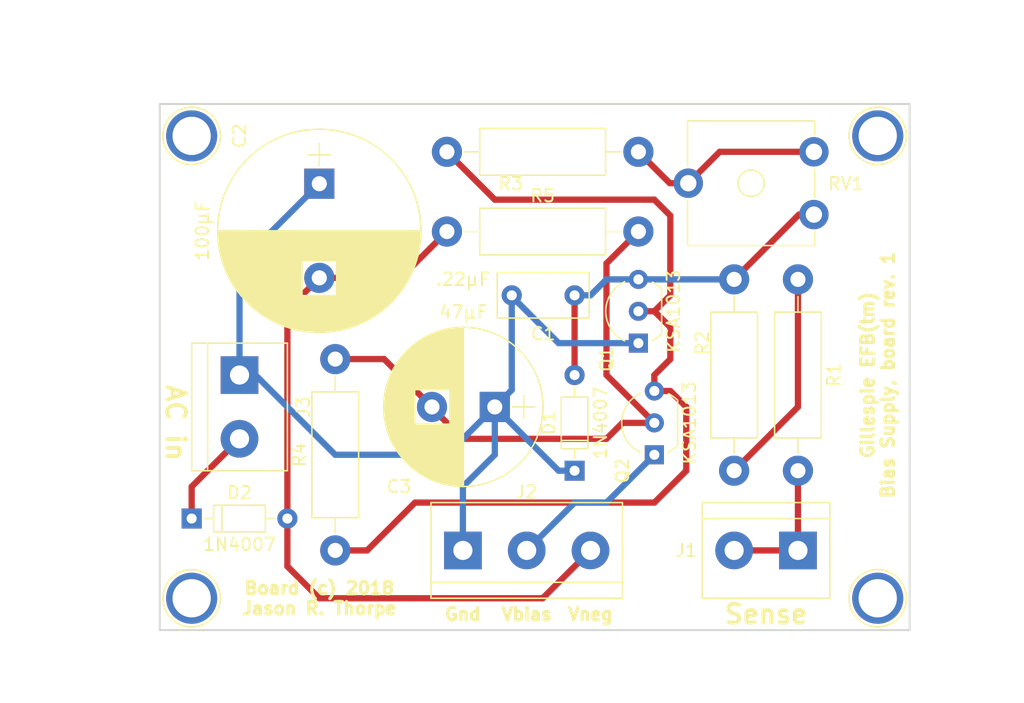
<source format=kicad_pcb>
(kicad_pcb (version 4) (host pcbnew 4.0.7)

  (general
    (links 26)
    (no_connects 0)
    (area 91.364999 69.774999 151.205001 111.835001)
    (thickness 1.6)
    (drawings 15)
    (tracks 71)
    (zones 0)
    (modules 20)
    (nets 11)
  )

  (page A4)
  (layers
    (0 F.Cu signal)
    (31 B.Cu signal)
    (32 B.Adhes user)
    (33 F.Adhes user)
    (34 B.Paste user)
    (35 F.Paste user)
    (36 B.SilkS user)
    (37 F.SilkS user)
    (38 B.Mask user)
    (39 F.Mask user)
    (40 Dwgs.User user)
    (41 Cmts.User user)
    (42 Eco1.User user)
    (43 Eco2.User user)
    (44 Edge.Cuts user)
    (45 Margin user)
    (46 B.CrtYd user)
    (47 F.CrtYd user)
    (48 B.Fab user)
    (49 F.Fab user)
  )

  (setup
    (last_trace_width 0.5)
    (trace_clearance 0.2)
    (zone_clearance 0.508)
    (zone_45_only no)
    (trace_min 0.2)
    (segment_width 0.2)
    (edge_width 0.15)
    (via_size 0.6)
    (via_drill 0.4)
    (via_min_size 0.4)
    (via_min_drill 0.3)
    (uvia_size 0.3)
    (uvia_drill 0.1)
    (uvias_allowed no)
    (uvia_min_size 0.2)
    (uvia_min_drill 0.1)
    (pcb_text_width 0.3)
    (pcb_text_size 1.5 1.5)
    (mod_edge_width 0.15)
    (mod_text_size 1 1)
    (mod_text_width 0.15)
    (pad_size 1.524 1.524)
    (pad_drill 0.762)
    (pad_to_mask_clearance 0.2)
    (aux_axis_origin 0 0)
    (visible_elements FFFFFF7F)
    (pcbplotparams
      (layerselection 0x210f0_80000001)
      (usegerberextensions false)
      (excludeedgelayer true)
      (linewidth 0.100000)
      (plotframeref false)
      (viasonmask false)
      (mode 1)
      (useauxorigin false)
      (hpglpennumber 1)
      (hpglpenspeed 20)
      (hpglpendiameter 15)
      (hpglpenoverlay 2)
      (psnegative false)
      (psa4output false)
      (plotreference true)
      (plotvalue true)
      (plotinvisibletext false)
      (padsonsilk false)
      (subtractmaskfromsilk false)
      (outputformat 1)
      (mirror false)
      (drillshape 0)
      (scaleselection 1)
      (outputdirectory Gerbers/))
  )

  (net 0 "")
  (net 1 "Net-(C1-Pad1)")
  (net 2 "Net-(C1-Pad2)")
  (net 3 "Net-(D2-Pad1)")
  (net 4 "Net-(J1-Pad1)")
  (net 5 "Net-(J2-Pad2)")
  (net 6 "Net-(Q1-Pad2)")
  (net 7 "Net-(C2-Pad2)")
  (net 8 "Net-(C3-Pad2)")
  (net 9 "Net-(R1-Pad1)")
  (net 10 "Net-(R3-Pad1)")

  (net_class Default "This is the default net class."
    (clearance 0.2)
    (trace_width 0.5)
    (via_dia 0.6)
    (via_drill 0.4)
    (uvia_dia 0.3)
    (uvia_drill 0.1)
    (add_net "Net-(C1-Pad1)")
    (add_net "Net-(C1-Pad2)")
    (add_net "Net-(C2-Pad2)")
    (add_net "Net-(C3-Pad2)")
    (add_net "Net-(D2-Pad1)")
    (add_net "Net-(J1-Pad1)")
    (add_net "Net-(J2-Pad2)")
    (add_net "Net-(Q1-Pad2)")
    (add_net "Net-(R1-Pad1)")
    (add_net "Net-(R3-Pad1)")
  )

  (module Connectors:1pin (layer F.Cu) (tedit 5B90B0D1) (tstamp 5B8F59E3)
    (at 148.59 109.22)
    (descr "module 1 pin (ou trou mecanique de percage)")
    (tags DEV)
    (fp_text reference REF** (at 0 -3.048) (layer F.SilkS) hide
      (effects (font (size 1 1) (thickness 0.15)))
    )
    (fp_text value 1pin (at 0 3) (layer F.Fab) hide
      (effects (font (size 1 1) (thickness 0.15)))
    )
    (fp_circle (center 0 0) (end 2 0.8) (layer F.Fab) (width 0.1))
    (fp_circle (center 0 0) (end 2.6 0) (layer F.CrtYd) (width 0.05))
    (fp_circle (center 0 0) (end 0 -2.286) (layer F.SilkS) (width 0.12))
    (pad 1 thru_hole circle (at 0 0) (size 4.064 4.064) (drill 3.048) (layers *.Cu *.Mask))
  )

  (module Connectors:1pin (layer F.Cu) (tedit 5B90B0C7) (tstamp 5B8F59DC)
    (at 148.59 72.39)
    (descr "module 1 pin (ou trou mecanique de percage)")
    (tags DEV)
    (fp_text reference REF** (at 0 -3.048) (layer F.SilkS) hide
      (effects (font (size 1 1) (thickness 0.15)))
    )
    (fp_text value 1pin (at 0 3) (layer F.Fab) hide
      (effects (font (size 1 1) (thickness 0.15)))
    )
    (fp_circle (center 0 0) (end 2 0.8) (layer F.Fab) (width 0.1))
    (fp_circle (center 0 0) (end 2.6 0) (layer F.CrtYd) (width 0.05))
    (fp_circle (center 0 0) (end 0 -2.286) (layer F.SilkS) (width 0.12))
    (pad 1 thru_hole circle (at 0 0) (size 4.064 4.064) (drill 3.048) (layers *.Cu *.Mask))
  )

  (module Connectors:1pin (layer F.Cu) (tedit 5B90B0BB) (tstamp 5B8F59D5)
    (at 93.98 72.39)
    (descr "module 1 pin (ou trou mecanique de percage)")
    (tags DEV)
    (fp_text reference REF** (at 0 -3.048) (layer F.SilkS) hide
      (effects (font (size 1 1) (thickness 0.15)))
    )
    (fp_text value 1pin (at 0 3) (layer F.Fab) hide
      (effects (font (size 1 1) (thickness 0.15)))
    )
    (fp_circle (center 0 0) (end 2 0.8) (layer F.Fab) (width 0.1))
    (fp_circle (center 0 0) (end 2.6 0) (layer F.CrtYd) (width 0.05))
    (fp_circle (center 0 0) (end 0 -2.286) (layer F.SilkS) (width 0.12))
    (pad 1 thru_hole circle (at 0 0) (size 4.064 4.064) (drill 3.048) (layers *.Cu *.Mask))
  )

  (module Capacitors_THT:C_Rect_L7.2mm_W3.5mm_P5.00mm_FKS2_FKP2_MKS2_MKP2 (layer F.Cu) (tedit 5B8FFA20) (tstamp 5B8F4AEF)
    (at 124.46 85.09 180)
    (descr "C, Rect series, Radial, pin pitch=5.00mm, , length*width=7.2*3.5mm^2, Capacitor, http://www.wima.com/EN/WIMA_FKS_2.pdf")
    (tags "C Rect series Radial pin pitch 5.00mm  length 7.2mm width 3.5mm Capacitor")
    (path /5B8F157B)
    (fp_text reference C1 (at 2.5 -3.06 180) (layer F.SilkS)
      (effects (font (size 1 1) (thickness 0.15)))
    )
    (fp_text value .22µF (at 8.89 1.27 180) (layer F.SilkS)
      (effects (font (size 1 1) (thickness 0.15)))
    )
    (fp_line (start -1.1 -1.75) (end -1.1 1.75) (layer F.Fab) (width 0.1))
    (fp_line (start -1.1 1.75) (end 6.1 1.75) (layer F.Fab) (width 0.1))
    (fp_line (start 6.1 1.75) (end 6.1 -1.75) (layer F.Fab) (width 0.1))
    (fp_line (start 6.1 -1.75) (end -1.1 -1.75) (layer F.Fab) (width 0.1))
    (fp_line (start -1.16 -1.81) (end 6.16 -1.81) (layer F.SilkS) (width 0.12))
    (fp_line (start -1.16 1.81) (end 6.16 1.81) (layer F.SilkS) (width 0.12))
    (fp_line (start -1.16 -1.81) (end -1.16 1.81) (layer F.SilkS) (width 0.12))
    (fp_line (start 6.16 -1.81) (end 6.16 1.81) (layer F.SilkS) (width 0.12))
    (fp_line (start -1.45 -2.1) (end -1.45 2.1) (layer F.CrtYd) (width 0.05))
    (fp_line (start -1.45 2.1) (end 6.45 2.1) (layer F.CrtYd) (width 0.05))
    (fp_line (start 6.45 2.1) (end 6.45 -2.1) (layer F.CrtYd) (width 0.05))
    (fp_line (start 6.45 -2.1) (end -1.45 -2.1) (layer F.CrtYd) (width 0.05))
    (fp_text user %R (at 2.5 0 180) (layer F.Fab)
      (effects (font (size 1 1) (thickness 0.15)))
    )
    (pad 1 thru_hole circle (at 0 0 180) (size 1.6 1.6) (drill 0.8) (layers *.Cu *.Mask)
      (net 1 "Net-(C1-Pad1)"))
    (pad 2 thru_hole circle (at 5 0 180) (size 1.6 1.6) (drill 0.8) (layers *.Cu *.Mask)
      (net 2 "Net-(C1-Pad2)"))
    (model ${KISYS3DMOD}/Capacitors_THT.3dshapes/C_Rect_L7.2mm_W3.5mm_P5.00mm_FKS2_FKP2_MKS2_MKP2.wrl
      (at (xyz 0 0 0))
      (scale (xyz 1 1 1))
      (rotate (xyz 0 0 0))
    )
  )

  (module Capacitors_THT:CP_Radial_D16.0mm_P7.50mm (layer F.Cu) (tedit 5B90AD59) (tstamp 5B8F4AF5)
    (at 104.14 76.2 270)
    (descr "CP, Radial series, Radial, pin pitch=7.50mm, , diameter=16mm, Electrolytic Capacitor")
    (tags "CP Radial series Radial pin pitch 7.50mm  diameter 16mm Electrolytic Capacitor")
    (path /5B8F1E30)
    (fp_text reference C2 (at -3.81 6.35 270) (layer F.SilkS)
      (effects (font (size 1 1) (thickness 0.15)))
    )
    (fp_text value 100µF (at 3.75 9.31 270) (layer F.SilkS)
      (effects (font (size 1 1) (thickness 0.15)))
    )
    (fp_circle (center 3.75 0) (end 11.75 0) (layer F.Fab) (width 0.1))
    (fp_circle (center 3.75 0) (end 11.84 0) (layer F.SilkS) (width 0.12))
    (fp_line (start -3.2 0) (end -1.4 0) (layer F.Fab) (width 0.1))
    (fp_line (start -2.3 -0.9) (end -2.3 0.9) (layer F.Fab) (width 0.1))
    (fp_line (start 3.75 -8.051) (end 3.75 8.051) (layer F.SilkS) (width 0.12))
    (fp_line (start 3.79 -8.05) (end 3.79 8.05) (layer F.SilkS) (width 0.12))
    (fp_line (start 3.83 -8.05) (end 3.83 8.05) (layer F.SilkS) (width 0.12))
    (fp_line (start 3.87 -8.05) (end 3.87 8.05) (layer F.SilkS) (width 0.12))
    (fp_line (start 3.91 -8.049) (end 3.91 8.049) (layer F.SilkS) (width 0.12))
    (fp_line (start 3.95 -8.048) (end 3.95 8.048) (layer F.SilkS) (width 0.12))
    (fp_line (start 3.99 -8.047) (end 3.99 8.047) (layer F.SilkS) (width 0.12))
    (fp_line (start 4.03 -8.046) (end 4.03 8.046) (layer F.SilkS) (width 0.12))
    (fp_line (start 4.07 -8.044) (end 4.07 8.044) (layer F.SilkS) (width 0.12))
    (fp_line (start 4.11 -8.042) (end 4.11 8.042) (layer F.SilkS) (width 0.12))
    (fp_line (start 4.15 -8.041) (end 4.15 8.041) (layer F.SilkS) (width 0.12))
    (fp_line (start 4.19 -8.039) (end 4.19 8.039) (layer F.SilkS) (width 0.12))
    (fp_line (start 4.23 -8.036) (end 4.23 8.036) (layer F.SilkS) (width 0.12))
    (fp_line (start 4.27 -8.034) (end 4.27 8.034) (layer F.SilkS) (width 0.12))
    (fp_line (start 4.31 -8.031) (end 4.31 8.031) (layer F.SilkS) (width 0.12))
    (fp_line (start 4.35 -8.028) (end 4.35 8.028) (layer F.SilkS) (width 0.12))
    (fp_line (start 4.39 -8.025) (end 4.39 8.025) (layer F.SilkS) (width 0.12))
    (fp_line (start 4.43 -8.022) (end 4.43 8.022) (layer F.SilkS) (width 0.12))
    (fp_line (start 4.471 -8.018) (end 4.471 8.018) (layer F.SilkS) (width 0.12))
    (fp_line (start 4.511 -8.015) (end 4.511 8.015) (layer F.SilkS) (width 0.12))
    (fp_line (start 4.551 -8.011) (end 4.551 8.011) (layer F.SilkS) (width 0.12))
    (fp_line (start 4.591 -8.007) (end 4.591 8.007) (layer F.SilkS) (width 0.12))
    (fp_line (start 4.631 -8.002) (end 4.631 8.002) (layer F.SilkS) (width 0.12))
    (fp_line (start 4.671 -7.998) (end 4.671 7.998) (layer F.SilkS) (width 0.12))
    (fp_line (start 4.711 -7.993) (end 4.711 7.993) (layer F.SilkS) (width 0.12))
    (fp_line (start 4.751 -7.988) (end 4.751 7.988) (layer F.SilkS) (width 0.12))
    (fp_line (start 4.791 -7.983) (end 4.791 7.983) (layer F.SilkS) (width 0.12))
    (fp_line (start 4.831 -7.978) (end 4.831 7.978) (layer F.SilkS) (width 0.12))
    (fp_line (start 4.871 -7.973) (end 4.871 7.973) (layer F.SilkS) (width 0.12))
    (fp_line (start 4.911 -7.967) (end 4.911 7.967) (layer F.SilkS) (width 0.12))
    (fp_line (start 4.951 -7.961) (end 4.951 7.961) (layer F.SilkS) (width 0.12))
    (fp_line (start 4.991 -7.955) (end 4.991 7.955) (layer F.SilkS) (width 0.12))
    (fp_line (start 5.031 -7.949) (end 5.031 7.949) (layer F.SilkS) (width 0.12))
    (fp_line (start 5.071 -7.942) (end 5.071 7.942) (layer F.SilkS) (width 0.12))
    (fp_line (start 5.111 -7.935) (end 5.111 7.935) (layer F.SilkS) (width 0.12))
    (fp_line (start 5.151 -7.928) (end 5.151 7.928) (layer F.SilkS) (width 0.12))
    (fp_line (start 5.191 -7.921) (end 5.191 7.921) (layer F.SilkS) (width 0.12))
    (fp_line (start 5.231 -7.914) (end 5.231 7.914) (layer F.SilkS) (width 0.12))
    (fp_line (start 5.271 -7.906) (end 5.271 7.906) (layer F.SilkS) (width 0.12))
    (fp_line (start 5.311 -7.899) (end 5.311 7.899) (layer F.SilkS) (width 0.12))
    (fp_line (start 5.351 -7.891) (end 5.351 7.891) (layer F.SilkS) (width 0.12))
    (fp_line (start 5.391 -7.883) (end 5.391 7.883) (layer F.SilkS) (width 0.12))
    (fp_line (start 5.431 -7.874) (end 5.431 7.874) (layer F.SilkS) (width 0.12))
    (fp_line (start 5.471 -7.866) (end 5.471 7.866) (layer F.SilkS) (width 0.12))
    (fp_line (start 5.511 -7.857) (end 5.511 7.857) (layer F.SilkS) (width 0.12))
    (fp_line (start 5.551 -7.848) (end 5.551 7.848) (layer F.SilkS) (width 0.12))
    (fp_line (start 5.591 -7.838) (end 5.591 7.838) (layer F.SilkS) (width 0.12))
    (fp_line (start 5.631 -7.829) (end 5.631 7.829) (layer F.SilkS) (width 0.12))
    (fp_line (start 5.671 -7.819) (end 5.671 7.819) (layer F.SilkS) (width 0.12))
    (fp_line (start 5.711 -7.809) (end 5.711 7.809) (layer F.SilkS) (width 0.12))
    (fp_line (start 5.751 -7.799) (end 5.751 7.799) (layer F.SilkS) (width 0.12))
    (fp_line (start 5.791 -7.789) (end 5.791 7.789) (layer F.SilkS) (width 0.12))
    (fp_line (start 5.831 -7.779) (end 5.831 7.779) (layer F.SilkS) (width 0.12))
    (fp_line (start 5.871 -7.768) (end 5.871 7.768) (layer F.SilkS) (width 0.12))
    (fp_line (start 5.911 -7.757) (end 5.911 7.757) (layer F.SilkS) (width 0.12))
    (fp_line (start 5.951 -7.746) (end 5.951 7.746) (layer F.SilkS) (width 0.12))
    (fp_line (start 5.991 -7.734) (end 5.991 7.734) (layer F.SilkS) (width 0.12))
    (fp_line (start 6.031 -7.723) (end 6.031 7.723) (layer F.SilkS) (width 0.12))
    (fp_line (start 6.071 -7.711) (end 6.071 7.711) (layer F.SilkS) (width 0.12))
    (fp_line (start 6.111 -7.699) (end 6.111 7.699) (layer F.SilkS) (width 0.12))
    (fp_line (start 6.151 -7.686) (end 6.151 -1.38) (layer F.SilkS) (width 0.12))
    (fp_line (start 6.151 1.38) (end 6.151 7.686) (layer F.SilkS) (width 0.12))
    (fp_line (start 6.191 -7.674) (end 6.191 -1.38) (layer F.SilkS) (width 0.12))
    (fp_line (start 6.191 1.38) (end 6.191 7.674) (layer F.SilkS) (width 0.12))
    (fp_line (start 6.231 -7.661) (end 6.231 -1.38) (layer F.SilkS) (width 0.12))
    (fp_line (start 6.231 1.38) (end 6.231 7.661) (layer F.SilkS) (width 0.12))
    (fp_line (start 6.271 -7.648) (end 6.271 -1.38) (layer F.SilkS) (width 0.12))
    (fp_line (start 6.271 1.38) (end 6.271 7.648) (layer F.SilkS) (width 0.12))
    (fp_line (start 6.311 -7.635) (end 6.311 -1.38) (layer F.SilkS) (width 0.12))
    (fp_line (start 6.311 1.38) (end 6.311 7.635) (layer F.SilkS) (width 0.12))
    (fp_line (start 6.351 -7.621) (end 6.351 -1.38) (layer F.SilkS) (width 0.12))
    (fp_line (start 6.351 1.38) (end 6.351 7.621) (layer F.SilkS) (width 0.12))
    (fp_line (start 6.391 -7.608) (end 6.391 -1.38) (layer F.SilkS) (width 0.12))
    (fp_line (start 6.391 1.38) (end 6.391 7.608) (layer F.SilkS) (width 0.12))
    (fp_line (start 6.431 -7.594) (end 6.431 -1.38) (layer F.SilkS) (width 0.12))
    (fp_line (start 6.431 1.38) (end 6.431 7.594) (layer F.SilkS) (width 0.12))
    (fp_line (start 6.471 -7.58) (end 6.471 -1.38) (layer F.SilkS) (width 0.12))
    (fp_line (start 6.471 1.38) (end 6.471 7.58) (layer F.SilkS) (width 0.12))
    (fp_line (start 6.511 -7.565) (end 6.511 -1.38) (layer F.SilkS) (width 0.12))
    (fp_line (start 6.511 1.38) (end 6.511 7.565) (layer F.SilkS) (width 0.12))
    (fp_line (start 6.551 -7.55) (end 6.551 -1.38) (layer F.SilkS) (width 0.12))
    (fp_line (start 6.551 1.38) (end 6.551 7.55) (layer F.SilkS) (width 0.12))
    (fp_line (start 6.591 -7.536) (end 6.591 -1.38) (layer F.SilkS) (width 0.12))
    (fp_line (start 6.591 1.38) (end 6.591 7.536) (layer F.SilkS) (width 0.12))
    (fp_line (start 6.631 -7.521) (end 6.631 -1.38) (layer F.SilkS) (width 0.12))
    (fp_line (start 6.631 1.38) (end 6.631 7.521) (layer F.SilkS) (width 0.12))
    (fp_line (start 6.671 -7.505) (end 6.671 -1.38) (layer F.SilkS) (width 0.12))
    (fp_line (start 6.671 1.38) (end 6.671 7.505) (layer F.SilkS) (width 0.12))
    (fp_line (start 6.711 -7.49) (end 6.711 -1.38) (layer F.SilkS) (width 0.12))
    (fp_line (start 6.711 1.38) (end 6.711 7.49) (layer F.SilkS) (width 0.12))
    (fp_line (start 6.751 -7.474) (end 6.751 -1.38) (layer F.SilkS) (width 0.12))
    (fp_line (start 6.751 1.38) (end 6.751 7.474) (layer F.SilkS) (width 0.12))
    (fp_line (start 6.791 -7.458) (end 6.791 -1.38) (layer F.SilkS) (width 0.12))
    (fp_line (start 6.791 1.38) (end 6.791 7.458) (layer F.SilkS) (width 0.12))
    (fp_line (start 6.831 -7.441) (end 6.831 -1.38) (layer F.SilkS) (width 0.12))
    (fp_line (start 6.831 1.38) (end 6.831 7.441) (layer F.SilkS) (width 0.12))
    (fp_line (start 6.871 -7.425) (end 6.871 -1.38) (layer F.SilkS) (width 0.12))
    (fp_line (start 6.871 1.38) (end 6.871 7.425) (layer F.SilkS) (width 0.12))
    (fp_line (start 6.911 -7.408) (end 6.911 -1.38) (layer F.SilkS) (width 0.12))
    (fp_line (start 6.911 1.38) (end 6.911 7.408) (layer F.SilkS) (width 0.12))
    (fp_line (start 6.951 -7.391) (end 6.951 -1.38) (layer F.SilkS) (width 0.12))
    (fp_line (start 6.951 1.38) (end 6.951 7.391) (layer F.SilkS) (width 0.12))
    (fp_line (start 6.991 -7.373) (end 6.991 -1.38) (layer F.SilkS) (width 0.12))
    (fp_line (start 6.991 1.38) (end 6.991 7.373) (layer F.SilkS) (width 0.12))
    (fp_line (start 7.031 -7.356) (end 7.031 -1.38) (layer F.SilkS) (width 0.12))
    (fp_line (start 7.031 1.38) (end 7.031 7.356) (layer F.SilkS) (width 0.12))
    (fp_line (start 7.071 -7.338) (end 7.071 -1.38) (layer F.SilkS) (width 0.12))
    (fp_line (start 7.071 1.38) (end 7.071 7.338) (layer F.SilkS) (width 0.12))
    (fp_line (start 7.111 -7.32) (end 7.111 -1.38) (layer F.SilkS) (width 0.12))
    (fp_line (start 7.111 1.38) (end 7.111 7.32) (layer F.SilkS) (width 0.12))
    (fp_line (start 7.151 -7.301) (end 7.151 -1.38) (layer F.SilkS) (width 0.12))
    (fp_line (start 7.151 1.38) (end 7.151 7.301) (layer F.SilkS) (width 0.12))
    (fp_line (start 7.191 -7.283) (end 7.191 -1.38) (layer F.SilkS) (width 0.12))
    (fp_line (start 7.191 1.38) (end 7.191 7.283) (layer F.SilkS) (width 0.12))
    (fp_line (start 7.231 -7.264) (end 7.231 -1.38) (layer F.SilkS) (width 0.12))
    (fp_line (start 7.231 1.38) (end 7.231 7.264) (layer F.SilkS) (width 0.12))
    (fp_line (start 7.271 -7.245) (end 7.271 -1.38) (layer F.SilkS) (width 0.12))
    (fp_line (start 7.271 1.38) (end 7.271 7.245) (layer F.SilkS) (width 0.12))
    (fp_line (start 7.311 -7.225) (end 7.311 -1.38) (layer F.SilkS) (width 0.12))
    (fp_line (start 7.311 1.38) (end 7.311 7.225) (layer F.SilkS) (width 0.12))
    (fp_line (start 7.351 -7.205) (end 7.351 -1.38) (layer F.SilkS) (width 0.12))
    (fp_line (start 7.351 1.38) (end 7.351 7.205) (layer F.SilkS) (width 0.12))
    (fp_line (start 7.391 -7.185) (end 7.391 -1.38) (layer F.SilkS) (width 0.12))
    (fp_line (start 7.391 1.38) (end 7.391 7.185) (layer F.SilkS) (width 0.12))
    (fp_line (start 7.431 -7.165) (end 7.431 -1.38) (layer F.SilkS) (width 0.12))
    (fp_line (start 7.431 1.38) (end 7.431 7.165) (layer F.SilkS) (width 0.12))
    (fp_line (start 7.471 -7.144) (end 7.471 -1.38) (layer F.SilkS) (width 0.12))
    (fp_line (start 7.471 1.38) (end 7.471 7.144) (layer F.SilkS) (width 0.12))
    (fp_line (start 7.511 -7.124) (end 7.511 -1.38) (layer F.SilkS) (width 0.12))
    (fp_line (start 7.511 1.38) (end 7.511 7.124) (layer F.SilkS) (width 0.12))
    (fp_line (start 7.551 -7.102) (end 7.551 -1.38) (layer F.SilkS) (width 0.12))
    (fp_line (start 7.551 1.38) (end 7.551 7.102) (layer F.SilkS) (width 0.12))
    (fp_line (start 7.591 -7.081) (end 7.591 -1.38) (layer F.SilkS) (width 0.12))
    (fp_line (start 7.591 1.38) (end 7.591 7.081) (layer F.SilkS) (width 0.12))
    (fp_line (start 7.631 -7.059) (end 7.631 -1.38) (layer F.SilkS) (width 0.12))
    (fp_line (start 7.631 1.38) (end 7.631 7.059) (layer F.SilkS) (width 0.12))
    (fp_line (start 7.671 -7.037) (end 7.671 -1.38) (layer F.SilkS) (width 0.12))
    (fp_line (start 7.671 1.38) (end 7.671 7.037) (layer F.SilkS) (width 0.12))
    (fp_line (start 7.711 -7.015) (end 7.711 -1.38) (layer F.SilkS) (width 0.12))
    (fp_line (start 7.711 1.38) (end 7.711 7.015) (layer F.SilkS) (width 0.12))
    (fp_line (start 7.751 -6.992) (end 7.751 -1.38) (layer F.SilkS) (width 0.12))
    (fp_line (start 7.751 1.38) (end 7.751 6.992) (layer F.SilkS) (width 0.12))
    (fp_line (start 7.791 -6.97) (end 7.791 -1.38) (layer F.SilkS) (width 0.12))
    (fp_line (start 7.791 1.38) (end 7.791 6.97) (layer F.SilkS) (width 0.12))
    (fp_line (start 7.831 -6.946) (end 7.831 -1.38) (layer F.SilkS) (width 0.12))
    (fp_line (start 7.831 1.38) (end 7.831 6.946) (layer F.SilkS) (width 0.12))
    (fp_line (start 7.871 -6.923) (end 7.871 -1.38) (layer F.SilkS) (width 0.12))
    (fp_line (start 7.871 1.38) (end 7.871 6.923) (layer F.SilkS) (width 0.12))
    (fp_line (start 7.911 -6.899) (end 7.911 -1.38) (layer F.SilkS) (width 0.12))
    (fp_line (start 7.911 1.38) (end 7.911 6.899) (layer F.SilkS) (width 0.12))
    (fp_line (start 7.951 -6.875) (end 7.951 -1.38) (layer F.SilkS) (width 0.12))
    (fp_line (start 7.951 1.38) (end 7.951 6.875) (layer F.SilkS) (width 0.12))
    (fp_line (start 7.991 -6.85) (end 7.991 -1.38) (layer F.SilkS) (width 0.12))
    (fp_line (start 7.991 1.38) (end 7.991 6.85) (layer F.SilkS) (width 0.12))
    (fp_line (start 8.031 -6.826) (end 8.031 -1.38) (layer F.SilkS) (width 0.12))
    (fp_line (start 8.031 1.38) (end 8.031 6.826) (layer F.SilkS) (width 0.12))
    (fp_line (start 8.071 -6.801) (end 8.071 -1.38) (layer F.SilkS) (width 0.12))
    (fp_line (start 8.071 1.38) (end 8.071 6.801) (layer F.SilkS) (width 0.12))
    (fp_line (start 8.111 -6.775) (end 8.111 -1.38) (layer F.SilkS) (width 0.12))
    (fp_line (start 8.111 1.38) (end 8.111 6.775) (layer F.SilkS) (width 0.12))
    (fp_line (start 8.151 -6.749) (end 8.151 -1.38) (layer F.SilkS) (width 0.12))
    (fp_line (start 8.151 1.38) (end 8.151 6.749) (layer F.SilkS) (width 0.12))
    (fp_line (start 8.191 -6.723) (end 8.191 -1.38) (layer F.SilkS) (width 0.12))
    (fp_line (start 8.191 1.38) (end 8.191 6.723) (layer F.SilkS) (width 0.12))
    (fp_line (start 8.231 -6.697) (end 8.231 -1.38) (layer F.SilkS) (width 0.12))
    (fp_line (start 8.231 1.38) (end 8.231 6.697) (layer F.SilkS) (width 0.12))
    (fp_line (start 8.271 -6.67) (end 8.271 -1.38) (layer F.SilkS) (width 0.12))
    (fp_line (start 8.271 1.38) (end 8.271 6.67) (layer F.SilkS) (width 0.12))
    (fp_line (start 8.311 -6.643) (end 8.311 -1.38) (layer F.SilkS) (width 0.12))
    (fp_line (start 8.311 1.38) (end 8.311 6.643) (layer F.SilkS) (width 0.12))
    (fp_line (start 8.351 -6.615) (end 8.351 -1.38) (layer F.SilkS) (width 0.12))
    (fp_line (start 8.351 1.38) (end 8.351 6.615) (layer F.SilkS) (width 0.12))
    (fp_line (start 8.391 -6.588) (end 8.391 -1.38) (layer F.SilkS) (width 0.12))
    (fp_line (start 8.391 1.38) (end 8.391 6.588) (layer F.SilkS) (width 0.12))
    (fp_line (start 8.431 -6.559) (end 8.431 -1.38) (layer F.SilkS) (width 0.12))
    (fp_line (start 8.431 1.38) (end 8.431 6.559) (layer F.SilkS) (width 0.12))
    (fp_line (start 8.471 -6.531) (end 8.471 -1.38) (layer F.SilkS) (width 0.12))
    (fp_line (start 8.471 1.38) (end 8.471 6.531) (layer F.SilkS) (width 0.12))
    (fp_line (start 8.511 -6.502) (end 8.511 -1.38) (layer F.SilkS) (width 0.12))
    (fp_line (start 8.511 1.38) (end 8.511 6.502) (layer F.SilkS) (width 0.12))
    (fp_line (start 8.551 -6.473) (end 8.551 -1.38) (layer F.SilkS) (width 0.12))
    (fp_line (start 8.551 1.38) (end 8.551 6.473) (layer F.SilkS) (width 0.12))
    (fp_line (start 8.591 -6.443) (end 8.591 -1.38) (layer F.SilkS) (width 0.12))
    (fp_line (start 8.591 1.38) (end 8.591 6.443) (layer F.SilkS) (width 0.12))
    (fp_line (start 8.631 -6.413) (end 8.631 -1.38) (layer F.SilkS) (width 0.12))
    (fp_line (start 8.631 1.38) (end 8.631 6.413) (layer F.SilkS) (width 0.12))
    (fp_line (start 8.671 -6.382) (end 8.671 -1.38) (layer F.SilkS) (width 0.12))
    (fp_line (start 8.671 1.38) (end 8.671 6.382) (layer F.SilkS) (width 0.12))
    (fp_line (start 8.711 -6.352) (end 8.711 -1.38) (layer F.SilkS) (width 0.12))
    (fp_line (start 8.711 1.38) (end 8.711 6.352) (layer F.SilkS) (width 0.12))
    (fp_line (start 8.751 -6.32) (end 8.751 -1.38) (layer F.SilkS) (width 0.12))
    (fp_line (start 8.751 1.38) (end 8.751 6.32) (layer F.SilkS) (width 0.12))
    (fp_line (start 8.791 -6.289) (end 8.791 -1.38) (layer F.SilkS) (width 0.12))
    (fp_line (start 8.791 1.38) (end 8.791 6.289) (layer F.SilkS) (width 0.12))
    (fp_line (start 8.831 -6.257) (end 8.831 -1.38) (layer F.SilkS) (width 0.12))
    (fp_line (start 8.831 1.38) (end 8.831 6.257) (layer F.SilkS) (width 0.12))
    (fp_line (start 8.871 -6.224) (end 8.871 -1.38) (layer F.SilkS) (width 0.12))
    (fp_line (start 8.871 1.38) (end 8.871 6.224) (layer F.SilkS) (width 0.12))
    (fp_line (start 8.911 -6.191) (end 8.911 6.191) (layer F.SilkS) (width 0.12))
    (fp_line (start 8.951 -6.158) (end 8.951 6.158) (layer F.SilkS) (width 0.12))
    (fp_line (start 8.991 -6.124) (end 8.991 6.124) (layer F.SilkS) (width 0.12))
    (fp_line (start 9.031 -6.09) (end 9.031 6.09) (layer F.SilkS) (width 0.12))
    (fp_line (start 9.071 -6.055) (end 9.071 6.055) (layer F.SilkS) (width 0.12))
    (fp_line (start 9.111 -6.02) (end 9.111 6.02) (layer F.SilkS) (width 0.12))
    (fp_line (start 9.151 -5.984) (end 9.151 5.984) (layer F.SilkS) (width 0.12))
    (fp_line (start 9.191 -5.948) (end 9.191 5.948) (layer F.SilkS) (width 0.12))
    (fp_line (start 9.231 -5.912) (end 9.231 5.912) (layer F.SilkS) (width 0.12))
    (fp_line (start 9.271 -5.875) (end 9.271 5.875) (layer F.SilkS) (width 0.12))
    (fp_line (start 9.311 -5.837) (end 9.311 5.837) (layer F.SilkS) (width 0.12))
    (fp_line (start 9.351 -5.799) (end 9.351 5.799) (layer F.SilkS) (width 0.12))
    (fp_line (start 9.391 -5.76) (end 9.391 5.76) (layer F.SilkS) (width 0.12))
    (fp_line (start 9.431 -5.721) (end 9.431 5.721) (layer F.SilkS) (width 0.12))
    (fp_line (start 9.471 -5.681) (end 9.471 5.681) (layer F.SilkS) (width 0.12))
    (fp_line (start 9.511 -5.641) (end 9.511 5.641) (layer F.SilkS) (width 0.12))
    (fp_line (start 9.551 -5.6) (end 9.551 5.6) (layer F.SilkS) (width 0.12))
    (fp_line (start 9.591 -5.559) (end 9.591 5.559) (layer F.SilkS) (width 0.12))
    (fp_line (start 9.631 -5.517) (end 9.631 5.517) (layer F.SilkS) (width 0.12))
    (fp_line (start 9.671 -5.474) (end 9.671 5.474) (layer F.SilkS) (width 0.12))
    (fp_line (start 9.711 -5.431) (end 9.711 5.431) (layer F.SilkS) (width 0.12))
    (fp_line (start 9.751 -5.387) (end 9.751 5.387) (layer F.SilkS) (width 0.12))
    (fp_line (start 9.791 -5.343) (end 9.791 5.343) (layer F.SilkS) (width 0.12))
    (fp_line (start 9.831 -5.297) (end 9.831 5.297) (layer F.SilkS) (width 0.12))
    (fp_line (start 9.871 -5.251) (end 9.871 5.251) (layer F.SilkS) (width 0.12))
    (fp_line (start 9.911 -5.205) (end 9.911 5.205) (layer F.SilkS) (width 0.12))
    (fp_line (start 9.951 -5.157) (end 9.951 5.157) (layer F.SilkS) (width 0.12))
    (fp_line (start 9.991 -5.109) (end 9.991 5.109) (layer F.SilkS) (width 0.12))
    (fp_line (start 10.031 -5.06) (end 10.031 5.06) (layer F.SilkS) (width 0.12))
    (fp_line (start 10.071 -5.011) (end 10.071 5.011) (layer F.SilkS) (width 0.12))
    (fp_line (start 10.111 -4.96) (end 10.111 4.96) (layer F.SilkS) (width 0.12))
    (fp_line (start 10.151 -4.909) (end 10.151 4.909) (layer F.SilkS) (width 0.12))
    (fp_line (start 10.191 -4.857) (end 10.191 4.857) (layer F.SilkS) (width 0.12))
    (fp_line (start 10.231 -4.804) (end 10.231 4.804) (layer F.SilkS) (width 0.12))
    (fp_line (start 10.271 -4.75) (end 10.271 4.75) (layer F.SilkS) (width 0.12))
    (fp_line (start 10.311 -4.695) (end 10.311 4.695) (layer F.SilkS) (width 0.12))
    (fp_line (start 10.351 -4.639) (end 10.351 4.639) (layer F.SilkS) (width 0.12))
    (fp_line (start 10.391 -4.582) (end 10.391 4.582) (layer F.SilkS) (width 0.12))
    (fp_line (start 10.431 -4.524) (end 10.431 4.524) (layer F.SilkS) (width 0.12))
    (fp_line (start 10.471 -4.465) (end 10.471 4.465) (layer F.SilkS) (width 0.12))
    (fp_line (start 10.511 -4.405) (end 10.511 4.405) (layer F.SilkS) (width 0.12))
    (fp_line (start 10.551 -4.343) (end 10.551 4.343) (layer F.SilkS) (width 0.12))
    (fp_line (start 10.591 -4.281) (end 10.591 4.281) (layer F.SilkS) (width 0.12))
    (fp_line (start 10.631 -4.217) (end 10.631 4.217) (layer F.SilkS) (width 0.12))
    (fp_line (start 10.671 -4.151) (end 10.671 4.151) (layer F.SilkS) (width 0.12))
    (fp_line (start 10.711 -4.084) (end 10.711 4.084) (layer F.SilkS) (width 0.12))
    (fp_line (start 10.751 -4.016) (end 10.751 4.016) (layer F.SilkS) (width 0.12))
    (fp_line (start 10.791 -3.946) (end 10.791 3.946) (layer F.SilkS) (width 0.12))
    (fp_line (start 10.831 -3.875) (end 10.831 3.875) (layer F.SilkS) (width 0.12))
    (fp_line (start 10.871 -3.802) (end 10.871 3.802) (layer F.SilkS) (width 0.12))
    (fp_line (start 10.911 -3.726) (end 10.911 3.726) (layer F.SilkS) (width 0.12))
    (fp_line (start 10.951 -3.649) (end 10.951 3.649) (layer F.SilkS) (width 0.12))
    (fp_line (start 10.991 -3.57) (end 10.991 3.57) (layer F.SilkS) (width 0.12))
    (fp_line (start 11.031 -3.489) (end 11.031 3.489) (layer F.SilkS) (width 0.12))
    (fp_line (start 11.071 -3.405) (end 11.071 3.405) (layer F.SilkS) (width 0.12))
    (fp_line (start 11.111 -3.319) (end 11.111 3.319) (layer F.SilkS) (width 0.12))
    (fp_line (start 11.151 -3.23) (end 11.151 3.23) (layer F.SilkS) (width 0.12))
    (fp_line (start 11.191 -3.138) (end 11.191 3.138) (layer F.SilkS) (width 0.12))
    (fp_line (start 11.231 -3.042) (end 11.231 3.042) (layer F.SilkS) (width 0.12))
    (fp_line (start 11.271 -2.943) (end 11.271 2.943) (layer F.SilkS) (width 0.12))
    (fp_line (start 11.311 -2.841) (end 11.311 2.841) (layer F.SilkS) (width 0.12))
    (fp_line (start 11.351 -2.733) (end 11.351 2.733) (layer F.SilkS) (width 0.12))
    (fp_line (start 11.391 -2.621) (end 11.391 2.621) (layer F.SilkS) (width 0.12))
    (fp_line (start 11.431 -2.503) (end 11.431 2.503) (layer F.SilkS) (width 0.12))
    (fp_line (start 11.471 -2.379) (end 11.471 2.379) (layer F.SilkS) (width 0.12))
    (fp_line (start 11.511 -2.248) (end 11.511 2.248) (layer F.SilkS) (width 0.12))
    (fp_line (start 11.551 -2.107) (end 11.551 2.107) (layer F.SilkS) (width 0.12))
    (fp_line (start 11.591 -1.956) (end 11.591 1.956) (layer F.SilkS) (width 0.12))
    (fp_line (start 11.631 -1.792) (end 11.631 1.792) (layer F.SilkS) (width 0.12))
    (fp_line (start 11.671 -1.61) (end 11.671 1.61) (layer F.SilkS) (width 0.12))
    (fp_line (start 11.711 -1.405) (end 11.711 1.405) (layer F.SilkS) (width 0.12))
    (fp_line (start 11.751 -1.164) (end 11.751 1.164) (layer F.SilkS) (width 0.12))
    (fp_line (start 11.791 -0.859) (end 11.791 0.859) (layer F.SilkS) (width 0.12))
    (fp_line (start 11.831 -0.363) (end 11.831 0.363) (layer F.SilkS) (width 0.12))
    (fp_line (start -3.2 0) (end -1.4 0) (layer F.SilkS) (width 0.12))
    (fp_line (start -2.3 -0.9) (end -2.3 0.9) (layer F.SilkS) (width 0.12))
    (fp_line (start -4.6 -8.35) (end -4.6 8.35) (layer F.CrtYd) (width 0.05))
    (fp_line (start -4.6 8.35) (end 12.1 8.35) (layer F.CrtYd) (width 0.05))
    (fp_line (start 12.1 8.35) (end 12.1 -8.35) (layer F.CrtYd) (width 0.05))
    (fp_line (start 12.1 -8.35) (end -4.6 -8.35) (layer F.CrtYd) (width 0.05))
    (fp_text user %R (at 3.75 0 270) (layer F.Fab)
      (effects (font (size 1 1) (thickness 0.15)))
    )
    (pad 1 thru_hole rect (at 0 0 270) (size 2.4 2.4) (drill 1.2) (layers *.Cu *.Mask)
      (net 2 "Net-(C1-Pad2)"))
    (pad 2 thru_hole circle (at 7.5 0 270) (size 2.4 2.4) (drill 1.2) (layers *.Cu *.Mask)
      (net 7 "Net-(C2-Pad2)"))
    (model ${KISYS3DMOD}/Capacitors_THT.3dshapes/CP_Radial_D16.0mm_P7.50mm.wrl
      (at (xyz 0 0 0))
      (scale (xyz 1 1 1))
      (rotate (xyz 0 0 0))
    )
  )

  (module Capacitors_THT:CP_Radial_D12.5mm_P5.00mm (layer F.Cu) (tedit 5B90AF79) (tstamp 5B8F4AFB)
    (at 118.11 93.98 180)
    (descr "CP, Radial series, Radial, pin pitch=5.00mm, , diameter=12.5mm, Electrolytic Capacitor")
    (tags "CP Radial series Radial pin pitch 5.00mm  diameter 12.5mm Electrolytic Capacitor")
    (path /5B8F25AE)
    (fp_text reference C3 (at 7.62 -6.35 180) (layer F.SilkS)
      (effects (font (size 1 1) (thickness 0.15)))
    )
    (fp_text value 47µF (at 2.5 7.56 180) (layer F.SilkS)
      (effects (font (size 1 1) (thickness 0.15)))
    )
    (fp_circle (center 2.5 0) (end 8.75 0) (layer F.Fab) (width 0.1))
    (fp_circle (center 2.5 0) (end 8.84 0) (layer F.SilkS) (width 0.12))
    (fp_line (start -3.2 0) (end -1.4 0) (layer F.Fab) (width 0.1))
    (fp_line (start -2.3 -0.9) (end -2.3 0.9) (layer F.Fab) (width 0.1))
    (fp_line (start 2.5 -6.3) (end 2.5 6.3) (layer F.SilkS) (width 0.12))
    (fp_line (start 2.54 -6.3) (end 2.54 6.3) (layer F.SilkS) (width 0.12))
    (fp_line (start 2.58 -6.3) (end 2.58 6.3) (layer F.SilkS) (width 0.12))
    (fp_line (start 2.62 -6.299) (end 2.62 6.299) (layer F.SilkS) (width 0.12))
    (fp_line (start 2.66 -6.298) (end 2.66 6.298) (layer F.SilkS) (width 0.12))
    (fp_line (start 2.7 -6.297) (end 2.7 6.297) (layer F.SilkS) (width 0.12))
    (fp_line (start 2.74 -6.296) (end 2.74 6.296) (layer F.SilkS) (width 0.12))
    (fp_line (start 2.78 -6.294) (end 2.78 6.294) (layer F.SilkS) (width 0.12))
    (fp_line (start 2.82 -6.292) (end 2.82 6.292) (layer F.SilkS) (width 0.12))
    (fp_line (start 2.86 -6.29) (end 2.86 6.29) (layer F.SilkS) (width 0.12))
    (fp_line (start 2.9 -6.288) (end 2.9 6.288) (layer F.SilkS) (width 0.12))
    (fp_line (start 2.94 -6.285) (end 2.94 6.285) (layer F.SilkS) (width 0.12))
    (fp_line (start 2.98 -6.282) (end 2.98 6.282) (layer F.SilkS) (width 0.12))
    (fp_line (start 3.02 -6.279) (end 3.02 6.279) (layer F.SilkS) (width 0.12))
    (fp_line (start 3.06 -6.276) (end 3.06 6.276) (layer F.SilkS) (width 0.12))
    (fp_line (start 3.1 -6.272) (end 3.1 6.272) (layer F.SilkS) (width 0.12))
    (fp_line (start 3.14 -6.268) (end 3.14 6.268) (layer F.SilkS) (width 0.12))
    (fp_line (start 3.18 -6.264) (end 3.18 6.264) (layer F.SilkS) (width 0.12))
    (fp_line (start 3.221 -6.259) (end 3.221 6.259) (layer F.SilkS) (width 0.12))
    (fp_line (start 3.261 -6.255) (end 3.261 6.255) (layer F.SilkS) (width 0.12))
    (fp_line (start 3.301 -6.25) (end 3.301 6.25) (layer F.SilkS) (width 0.12))
    (fp_line (start 3.341 -6.245) (end 3.341 6.245) (layer F.SilkS) (width 0.12))
    (fp_line (start 3.381 -6.239) (end 3.381 6.239) (layer F.SilkS) (width 0.12))
    (fp_line (start 3.421 -6.233) (end 3.421 6.233) (layer F.SilkS) (width 0.12))
    (fp_line (start 3.461 -6.227) (end 3.461 6.227) (layer F.SilkS) (width 0.12))
    (fp_line (start 3.501 -6.221) (end 3.501 6.221) (layer F.SilkS) (width 0.12))
    (fp_line (start 3.541 -6.215) (end 3.541 6.215) (layer F.SilkS) (width 0.12))
    (fp_line (start 3.581 -6.208) (end 3.581 6.208) (layer F.SilkS) (width 0.12))
    (fp_line (start 3.621 -6.201) (end 3.621 -1.38) (layer F.SilkS) (width 0.12))
    (fp_line (start 3.621 1.38) (end 3.621 6.201) (layer F.SilkS) (width 0.12))
    (fp_line (start 3.661 -6.193) (end 3.661 -1.38) (layer F.SilkS) (width 0.12))
    (fp_line (start 3.661 1.38) (end 3.661 6.193) (layer F.SilkS) (width 0.12))
    (fp_line (start 3.701 -6.186) (end 3.701 -1.38) (layer F.SilkS) (width 0.12))
    (fp_line (start 3.701 1.38) (end 3.701 6.186) (layer F.SilkS) (width 0.12))
    (fp_line (start 3.741 -6.178) (end 3.741 -1.38) (layer F.SilkS) (width 0.12))
    (fp_line (start 3.741 1.38) (end 3.741 6.178) (layer F.SilkS) (width 0.12))
    (fp_line (start 3.781 -6.17) (end 3.781 -1.38) (layer F.SilkS) (width 0.12))
    (fp_line (start 3.781 1.38) (end 3.781 6.17) (layer F.SilkS) (width 0.12))
    (fp_line (start 3.821 -6.162) (end 3.821 -1.38) (layer F.SilkS) (width 0.12))
    (fp_line (start 3.821 1.38) (end 3.821 6.162) (layer F.SilkS) (width 0.12))
    (fp_line (start 3.861 -6.153) (end 3.861 -1.38) (layer F.SilkS) (width 0.12))
    (fp_line (start 3.861 1.38) (end 3.861 6.153) (layer F.SilkS) (width 0.12))
    (fp_line (start 3.901 -6.144) (end 3.901 -1.38) (layer F.SilkS) (width 0.12))
    (fp_line (start 3.901 1.38) (end 3.901 6.144) (layer F.SilkS) (width 0.12))
    (fp_line (start 3.941 -6.135) (end 3.941 -1.38) (layer F.SilkS) (width 0.12))
    (fp_line (start 3.941 1.38) (end 3.941 6.135) (layer F.SilkS) (width 0.12))
    (fp_line (start 3.981 -6.125) (end 3.981 -1.38) (layer F.SilkS) (width 0.12))
    (fp_line (start 3.981 1.38) (end 3.981 6.125) (layer F.SilkS) (width 0.12))
    (fp_line (start 4.021 -6.116) (end 4.021 -1.38) (layer F.SilkS) (width 0.12))
    (fp_line (start 4.021 1.38) (end 4.021 6.116) (layer F.SilkS) (width 0.12))
    (fp_line (start 4.061 -6.106) (end 4.061 -1.38) (layer F.SilkS) (width 0.12))
    (fp_line (start 4.061 1.38) (end 4.061 6.106) (layer F.SilkS) (width 0.12))
    (fp_line (start 4.101 -6.095) (end 4.101 -1.38) (layer F.SilkS) (width 0.12))
    (fp_line (start 4.101 1.38) (end 4.101 6.095) (layer F.SilkS) (width 0.12))
    (fp_line (start 4.141 -6.085) (end 4.141 -1.38) (layer F.SilkS) (width 0.12))
    (fp_line (start 4.141 1.38) (end 4.141 6.085) (layer F.SilkS) (width 0.12))
    (fp_line (start 4.181 -6.074) (end 4.181 -1.38) (layer F.SilkS) (width 0.12))
    (fp_line (start 4.181 1.38) (end 4.181 6.074) (layer F.SilkS) (width 0.12))
    (fp_line (start 4.221 -6.063) (end 4.221 -1.38) (layer F.SilkS) (width 0.12))
    (fp_line (start 4.221 1.38) (end 4.221 6.063) (layer F.SilkS) (width 0.12))
    (fp_line (start 4.261 -6.051) (end 4.261 -1.38) (layer F.SilkS) (width 0.12))
    (fp_line (start 4.261 1.38) (end 4.261 6.051) (layer F.SilkS) (width 0.12))
    (fp_line (start 4.301 -6.04) (end 4.301 -1.38) (layer F.SilkS) (width 0.12))
    (fp_line (start 4.301 1.38) (end 4.301 6.04) (layer F.SilkS) (width 0.12))
    (fp_line (start 4.341 -6.028) (end 4.341 -1.38) (layer F.SilkS) (width 0.12))
    (fp_line (start 4.341 1.38) (end 4.341 6.028) (layer F.SilkS) (width 0.12))
    (fp_line (start 4.381 -6.015) (end 4.381 -1.38) (layer F.SilkS) (width 0.12))
    (fp_line (start 4.381 1.38) (end 4.381 6.015) (layer F.SilkS) (width 0.12))
    (fp_line (start 4.421 -6.003) (end 4.421 -1.38) (layer F.SilkS) (width 0.12))
    (fp_line (start 4.421 1.38) (end 4.421 6.003) (layer F.SilkS) (width 0.12))
    (fp_line (start 4.461 -5.99) (end 4.461 -1.38) (layer F.SilkS) (width 0.12))
    (fp_line (start 4.461 1.38) (end 4.461 5.99) (layer F.SilkS) (width 0.12))
    (fp_line (start 4.501 -5.977) (end 4.501 -1.38) (layer F.SilkS) (width 0.12))
    (fp_line (start 4.501 1.38) (end 4.501 5.977) (layer F.SilkS) (width 0.12))
    (fp_line (start 4.541 -5.963) (end 4.541 -1.38) (layer F.SilkS) (width 0.12))
    (fp_line (start 4.541 1.38) (end 4.541 5.963) (layer F.SilkS) (width 0.12))
    (fp_line (start 4.581 -5.95) (end 4.581 -1.38) (layer F.SilkS) (width 0.12))
    (fp_line (start 4.581 1.38) (end 4.581 5.95) (layer F.SilkS) (width 0.12))
    (fp_line (start 4.621 -5.936) (end 4.621 -1.38) (layer F.SilkS) (width 0.12))
    (fp_line (start 4.621 1.38) (end 4.621 5.936) (layer F.SilkS) (width 0.12))
    (fp_line (start 4.661 -5.921) (end 4.661 -1.38) (layer F.SilkS) (width 0.12))
    (fp_line (start 4.661 1.38) (end 4.661 5.921) (layer F.SilkS) (width 0.12))
    (fp_line (start 4.701 -5.907) (end 4.701 -1.38) (layer F.SilkS) (width 0.12))
    (fp_line (start 4.701 1.38) (end 4.701 5.907) (layer F.SilkS) (width 0.12))
    (fp_line (start 4.741 -5.892) (end 4.741 -1.38) (layer F.SilkS) (width 0.12))
    (fp_line (start 4.741 1.38) (end 4.741 5.892) (layer F.SilkS) (width 0.12))
    (fp_line (start 4.781 -5.876) (end 4.781 -1.38) (layer F.SilkS) (width 0.12))
    (fp_line (start 4.781 1.38) (end 4.781 5.876) (layer F.SilkS) (width 0.12))
    (fp_line (start 4.821 -5.861) (end 4.821 -1.38) (layer F.SilkS) (width 0.12))
    (fp_line (start 4.821 1.38) (end 4.821 5.861) (layer F.SilkS) (width 0.12))
    (fp_line (start 4.861 -5.845) (end 4.861 -1.38) (layer F.SilkS) (width 0.12))
    (fp_line (start 4.861 1.38) (end 4.861 5.845) (layer F.SilkS) (width 0.12))
    (fp_line (start 4.901 -5.829) (end 4.901 -1.38) (layer F.SilkS) (width 0.12))
    (fp_line (start 4.901 1.38) (end 4.901 5.829) (layer F.SilkS) (width 0.12))
    (fp_line (start 4.941 -5.812) (end 4.941 -1.38) (layer F.SilkS) (width 0.12))
    (fp_line (start 4.941 1.38) (end 4.941 5.812) (layer F.SilkS) (width 0.12))
    (fp_line (start 4.981 -5.795) (end 4.981 -1.38) (layer F.SilkS) (width 0.12))
    (fp_line (start 4.981 1.38) (end 4.981 5.795) (layer F.SilkS) (width 0.12))
    (fp_line (start 5.021 -5.778) (end 5.021 -1.38) (layer F.SilkS) (width 0.12))
    (fp_line (start 5.021 1.38) (end 5.021 5.778) (layer F.SilkS) (width 0.12))
    (fp_line (start 5.061 -5.761) (end 5.061 -1.38) (layer F.SilkS) (width 0.12))
    (fp_line (start 5.061 1.38) (end 5.061 5.761) (layer F.SilkS) (width 0.12))
    (fp_line (start 5.101 -5.743) (end 5.101 -1.38) (layer F.SilkS) (width 0.12))
    (fp_line (start 5.101 1.38) (end 5.101 5.743) (layer F.SilkS) (width 0.12))
    (fp_line (start 5.141 -5.725) (end 5.141 -1.38) (layer F.SilkS) (width 0.12))
    (fp_line (start 5.141 1.38) (end 5.141 5.725) (layer F.SilkS) (width 0.12))
    (fp_line (start 5.181 -5.706) (end 5.181 -1.38) (layer F.SilkS) (width 0.12))
    (fp_line (start 5.181 1.38) (end 5.181 5.706) (layer F.SilkS) (width 0.12))
    (fp_line (start 5.221 -5.687) (end 5.221 -1.38) (layer F.SilkS) (width 0.12))
    (fp_line (start 5.221 1.38) (end 5.221 5.687) (layer F.SilkS) (width 0.12))
    (fp_line (start 5.261 -5.668) (end 5.261 -1.38) (layer F.SilkS) (width 0.12))
    (fp_line (start 5.261 1.38) (end 5.261 5.668) (layer F.SilkS) (width 0.12))
    (fp_line (start 5.301 -5.649) (end 5.301 -1.38) (layer F.SilkS) (width 0.12))
    (fp_line (start 5.301 1.38) (end 5.301 5.649) (layer F.SilkS) (width 0.12))
    (fp_line (start 5.341 -5.629) (end 5.341 -1.38) (layer F.SilkS) (width 0.12))
    (fp_line (start 5.341 1.38) (end 5.341 5.629) (layer F.SilkS) (width 0.12))
    (fp_line (start 5.381 -5.609) (end 5.381 -1.38) (layer F.SilkS) (width 0.12))
    (fp_line (start 5.381 1.38) (end 5.381 5.609) (layer F.SilkS) (width 0.12))
    (fp_line (start 5.421 -5.588) (end 5.421 -1.38) (layer F.SilkS) (width 0.12))
    (fp_line (start 5.421 1.38) (end 5.421 5.588) (layer F.SilkS) (width 0.12))
    (fp_line (start 5.461 -5.567) (end 5.461 -1.38) (layer F.SilkS) (width 0.12))
    (fp_line (start 5.461 1.38) (end 5.461 5.567) (layer F.SilkS) (width 0.12))
    (fp_line (start 5.501 -5.546) (end 5.501 -1.38) (layer F.SilkS) (width 0.12))
    (fp_line (start 5.501 1.38) (end 5.501 5.546) (layer F.SilkS) (width 0.12))
    (fp_line (start 5.541 -5.524) (end 5.541 -1.38) (layer F.SilkS) (width 0.12))
    (fp_line (start 5.541 1.38) (end 5.541 5.524) (layer F.SilkS) (width 0.12))
    (fp_line (start 5.581 -5.502) (end 5.581 -1.38) (layer F.SilkS) (width 0.12))
    (fp_line (start 5.581 1.38) (end 5.581 5.502) (layer F.SilkS) (width 0.12))
    (fp_line (start 5.621 -5.48) (end 5.621 -1.38) (layer F.SilkS) (width 0.12))
    (fp_line (start 5.621 1.38) (end 5.621 5.48) (layer F.SilkS) (width 0.12))
    (fp_line (start 5.661 -5.457) (end 5.661 -1.38) (layer F.SilkS) (width 0.12))
    (fp_line (start 5.661 1.38) (end 5.661 5.457) (layer F.SilkS) (width 0.12))
    (fp_line (start 5.701 -5.434) (end 5.701 -1.38) (layer F.SilkS) (width 0.12))
    (fp_line (start 5.701 1.38) (end 5.701 5.434) (layer F.SilkS) (width 0.12))
    (fp_line (start 5.741 -5.41) (end 5.741 -1.38) (layer F.SilkS) (width 0.12))
    (fp_line (start 5.741 1.38) (end 5.741 5.41) (layer F.SilkS) (width 0.12))
    (fp_line (start 5.781 -5.386) (end 5.781 -1.38) (layer F.SilkS) (width 0.12))
    (fp_line (start 5.781 1.38) (end 5.781 5.386) (layer F.SilkS) (width 0.12))
    (fp_line (start 5.821 -5.362) (end 5.821 -1.38) (layer F.SilkS) (width 0.12))
    (fp_line (start 5.821 1.38) (end 5.821 5.362) (layer F.SilkS) (width 0.12))
    (fp_line (start 5.861 -5.337) (end 5.861 -1.38) (layer F.SilkS) (width 0.12))
    (fp_line (start 5.861 1.38) (end 5.861 5.337) (layer F.SilkS) (width 0.12))
    (fp_line (start 5.901 -5.312) (end 5.901 -1.38) (layer F.SilkS) (width 0.12))
    (fp_line (start 5.901 1.38) (end 5.901 5.312) (layer F.SilkS) (width 0.12))
    (fp_line (start 5.941 -5.286) (end 5.941 -1.38) (layer F.SilkS) (width 0.12))
    (fp_line (start 5.941 1.38) (end 5.941 5.286) (layer F.SilkS) (width 0.12))
    (fp_line (start 5.981 -5.26) (end 5.981 -1.38) (layer F.SilkS) (width 0.12))
    (fp_line (start 5.981 1.38) (end 5.981 5.26) (layer F.SilkS) (width 0.12))
    (fp_line (start 6.021 -5.234) (end 6.021 -1.38) (layer F.SilkS) (width 0.12))
    (fp_line (start 6.021 1.38) (end 6.021 5.234) (layer F.SilkS) (width 0.12))
    (fp_line (start 6.061 -5.207) (end 6.061 -1.38) (layer F.SilkS) (width 0.12))
    (fp_line (start 6.061 1.38) (end 6.061 5.207) (layer F.SilkS) (width 0.12))
    (fp_line (start 6.101 -5.179) (end 6.101 -1.38) (layer F.SilkS) (width 0.12))
    (fp_line (start 6.101 1.38) (end 6.101 5.179) (layer F.SilkS) (width 0.12))
    (fp_line (start 6.141 -5.151) (end 6.141 -1.38) (layer F.SilkS) (width 0.12))
    (fp_line (start 6.141 1.38) (end 6.141 5.151) (layer F.SilkS) (width 0.12))
    (fp_line (start 6.181 -5.123) (end 6.181 -1.38) (layer F.SilkS) (width 0.12))
    (fp_line (start 6.181 1.38) (end 6.181 5.123) (layer F.SilkS) (width 0.12))
    (fp_line (start 6.221 -5.094) (end 6.221 -1.38) (layer F.SilkS) (width 0.12))
    (fp_line (start 6.221 1.38) (end 6.221 5.094) (layer F.SilkS) (width 0.12))
    (fp_line (start 6.261 -5.065) (end 6.261 -1.38) (layer F.SilkS) (width 0.12))
    (fp_line (start 6.261 1.38) (end 6.261 5.065) (layer F.SilkS) (width 0.12))
    (fp_line (start 6.301 -5.035) (end 6.301 -1.38) (layer F.SilkS) (width 0.12))
    (fp_line (start 6.301 1.38) (end 6.301 5.035) (layer F.SilkS) (width 0.12))
    (fp_line (start 6.341 -5.005) (end 6.341 -1.38) (layer F.SilkS) (width 0.12))
    (fp_line (start 6.341 1.38) (end 6.341 5.005) (layer F.SilkS) (width 0.12))
    (fp_line (start 6.381 -4.975) (end 6.381 4.975) (layer F.SilkS) (width 0.12))
    (fp_line (start 6.421 -4.943) (end 6.421 4.943) (layer F.SilkS) (width 0.12))
    (fp_line (start 6.461 -4.912) (end 6.461 4.912) (layer F.SilkS) (width 0.12))
    (fp_line (start 6.501 -4.879) (end 6.501 4.879) (layer F.SilkS) (width 0.12))
    (fp_line (start 6.541 -4.847) (end 6.541 4.847) (layer F.SilkS) (width 0.12))
    (fp_line (start 6.581 -4.813) (end 6.581 4.813) (layer F.SilkS) (width 0.12))
    (fp_line (start 6.621 -4.779) (end 6.621 4.779) (layer F.SilkS) (width 0.12))
    (fp_line (start 6.661 -4.745) (end 6.661 4.745) (layer F.SilkS) (width 0.12))
    (fp_line (start 6.701 -4.71) (end 6.701 4.71) (layer F.SilkS) (width 0.12))
    (fp_line (start 6.741 -4.674) (end 6.741 4.674) (layer F.SilkS) (width 0.12))
    (fp_line (start 6.781 -4.638) (end 6.781 4.638) (layer F.SilkS) (width 0.12))
    (fp_line (start 6.821 -4.601) (end 6.821 4.601) (layer F.SilkS) (width 0.12))
    (fp_line (start 6.861 -4.563) (end 6.861 4.563) (layer F.SilkS) (width 0.12))
    (fp_line (start 6.901 -4.525) (end 6.901 4.525) (layer F.SilkS) (width 0.12))
    (fp_line (start 6.941 -4.486) (end 6.941 4.486) (layer F.SilkS) (width 0.12))
    (fp_line (start 6.981 -4.447) (end 6.981 4.447) (layer F.SilkS) (width 0.12))
    (fp_line (start 7.021 -4.406) (end 7.021 4.406) (layer F.SilkS) (width 0.12))
    (fp_line (start 7.061 -4.365) (end 7.061 4.365) (layer F.SilkS) (width 0.12))
    (fp_line (start 7.101 -4.323) (end 7.101 4.323) (layer F.SilkS) (width 0.12))
    (fp_line (start 7.141 -4.281) (end 7.141 4.281) (layer F.SilkS) (width 0.12))
    (fp_line (start 7.181 -4.238) (end 7.181 4.238) (layer F.SilkS) (width 0.12))
    (fp_line (start 7.221 -4.193) (end 7.221 4.193) (layer F.SilkS) (width 0.12))
    (fp_line (start 7.261 -4.148) (end 7.261 4.148) (layer F.SilkS) (width 0.12))
    (fp_line (start 7.301 -4.102) (end 7.301 4.102) (layer F.SilkS) (width 0.12))
    (fp_line (start 7.341 -4.056) (end 7.341 4.056) (layer F.SilkS) (width 0.12))
    (fp_line (start 7.381 -4.008) (end 7.381 4.008) (layer F.SilkS) (width 0.12))
    (fp_line (start 7.421 -3.959) (end 7.421 3.959) (layer F.SilkS) (width 0.12))
    (fp_line (start 7.461 -3.909) (end 7.461 3.909) (layer F.SilkS) (width 0.12))
    (fp_line (start 7.501 -3.859) (end 7.501 3.859) (layer F.SilkS) (width 0.12))
    (fp_line (start 7.541 -3.807) (end 7.541 3.807) (layer F.SilkS) (width 0.12))
    (fp_line (start 7.581 -3.754) (end 7.581 3.754) (layer F.SilkS) (width 0.12))
    (fp_line (start 7.621 -3.7) (end 7.621 3.7) (layer F.SilkS) (width 0.12))
    (fp_line (start 7.661 -3.644) (end 7.661 3.644) (layer F.SilkS) (width 0.12))
    (fp_line (start 7.701 -3.588) (end 7.701 3.588) (layer F.SilkS) (width 0.12))
    (fp_line (start 7.741 -3.53) (end 7.741 3.53) (layer F.SilkS) (width 0.12))
    (fp_line (start 7.781 -3.47) (end 7.781 3.47) (layer F.SilkS) (width 0.12))
    (fp_line (start 7.821 -3.409) (end 7.821 3.409) (layer F.SilkS) (width 0.12))
    (fp_line (start 7.861 -3.347) (end 7.861 3.347) (layer F.SilkS) (width 0.12))
    (fp_line (start 7.901 -3.282) (end 7.901 3.282) (layer F.SilkS) (width 0.12))
    (fp_line (start 7.941 -3.217) (end 7.941 3.217) (layer F.SilkS) (width 0.12))
    (fp_line (start 7.981 -3.149) (end 7.981 3.149) (layer F.SilkS) (width 0.12))
    (fp_line (start 8.021 -3.079) (end 8.021 3.079) (layer F.SilkS) (width 0.12))
    (fp_line (start 8.061 -3.007) (end 8.061 3.007) (layer F.SilkS) (width 0.12))
    (fp_line (start 8.101 -2.933) (end 8.101 2.933) (layer F.SilkS) (width 0.12))
    (fp_line (start 8.141 -2.856) (end 8.141 2.856) (layer F.SilkS) (width 0.12))
    (fp_line (start 8.181 -2.777) (end 8.181 2.777) (layer F.SilkS) (width 0.12))
    (fp_line (start 8.221 -2.695) (end 8.221 2.695) (layer F.SilkS) (width 0.12))
    (fp_line (start 8.261 -2.61) (end 8.261 2.61) (layer F.SilkS) (width 0.12))
    (fp_line (start 8.301 -2.521) (end 8.301 2.521) (layer F.SilkS) (width 0.12))
    (fp_line (start 8.341 -2.428) (end 8.341 2.428) (layer F.SilkS) (width 0.12))
    (fp_line (start 8.381 -2.331) (end 8.381 2.331) (layer F.SilkS) (width 0.12))
    (fp_line (start 8.421 -2.23) (end 8.421 2.23) (layer F.SilkS) (width 0.12))
    (fp_line (start 8.461 -2.122) (end 8.461 2.122) (layer F.SilkS) (width 0.12))
    (fp_line (start 8.501 -2.009) (end 8.501 2.009) (layer F.SilkS) (width 0.12))
    (fp_line (start 8.541 -1.888) (end 8.541 1.888) (layer F.SilkS) (width 0.12))
    (fp_line (start 8.581 -1.757) (end 8.581 1.757) (layer F.SilkS) (width 0.12))
    (fp_line (start 8.621 -1.616) (end 8.621 1.616) (layer F.SilkS) (width 0.12))
    (fp_line (start 8.661 -1.46) (end 8.661 1.46) (layer F.SilkS) (width 0.12))
    (fp_line (start 8.701 -1.285) (end 8.701 1.285) (layer F.SilkS) (width 0.12))
    (fp_line (start 8.741 -1.082) (end 8.741 1.082) (layer F.SilkS) (width 0.12))
    (fp_line (start 8.781 -0.831) (end 8.781 0.831) (layer F.SilkS) (width 0.12))
    (fp_line (start 8.821 -0.464) (end 8.821 0.464) (layer F.SilkS) (width 0.12))
    (fp_line (start -3.2 0) (end -1.4 0) (layer F.SilkS) (width 0.12))
    (fp_line (start -2.3 -0.9) (end -2.3 0.9) (layer F.SilkS) (width 0.12))
    (fp_line (start -4.1 -6.6) (end -4.1 6.6) (layer F.CrtYd) (width 0.05))
    (fp_line (start -4.1 6.6) (end 9.1 6.6) (layer F.CrtYd) (width 0.05))
    (fp_line (start 9.1 6.6) (end 9.1 -6.6) (layer F.CrtYd) (width 0.05))
    (fp_line (start 9.1 -6.6) (end -4.1 -6.6) (layer F.CrtYd) (width 0.05))
    (fp_text user %R (at 2.5 0 180) (layer F.Fab)
      (effects (font (size 1 1) (thickness 0.15)))
    )
    (pad 1 thru_hole rect (at 0 0 180) (size 2.4 2.4) (drill 1.2) (layers *.Cu *.Mask)
      (net 2 "Net-(C1-Pad2)"))
    (pad 2 thru_hole circle (at 5 0 180) (size 2.4 2.4) (drill 1.2) (layers *.Cu *.Mask)
      (net 8 "Net-(C3-Pad2)"))
    (model ${KISYS3DMOD}/Capacitors_THT.3dshapes/CP_Radial_D12.5mm_P5.00mm.wrl
      (at (xyz 0 0 0))
      (scale (xyz 1 1 1))
      (rotate (xyz 0 0 0))
    )
  )

  (module Diodes_THT:D_DO-35_SOD27_P7.62mm_Horizontal (layer F.Cu) (tedit 5B8F626E) (tstamp 5B8F4B01)
    (at 124.46 99.06 90)
    (descr "D, DO-35_SOD27 series, Axial, Horizontal, pin pitch=7.62mm, , length*diameter=4*2mm^2, , http://www.diodes.com/_files/packages/DO-35.pdf")
    (tags "D DO-35_SOD27 series Axial Horizontal pin pitch 7.62mm  length 4mm diameter 2mm")
    (path /5B8F1500)
    (fp_text reference D1 (at 3.81 -2.06 90) (layer F.SilkS)
      (effects (font (size 1 1) (thickness 0.15)))
    )
    (fp_text value 1N4007 (at 3.81 2.06 90) (layer F.SilkS)
      (effects (font (size 1 1) (thickness 0.15)))
    )
    (fp_text user %R (at 3.81 0 90) (layer F.Fab)
      (effects (font (size 1 1) (thickness 0.15)))
    )
    (fp_line (start 1.81 -1) (end 1.81 1) (layer F.Fab) (width 0.1))
    (fp_line (start 1.81 1) (end 5.81 1) (layer F.Fab) (width 0.1))
    (fp_line (start 5.81 1) (end 5.81 -1) (layer F.Fab) (width 0.1))
    (fp_line (start 5.81 -1) (end 1.81 -1) (layer F.Fab) (width 0.1))
    (fp_line (start 0 0) (end 1.81 0) (layer F.Fab) (width 0.1))
    (fp_line (start 7.62 0) (end 5.81 0) (layer F.Fab) (width 0.1))
    (fp_line (start 2.41 -1) (end 2.41 1) (layer F.Fab) (width 0.1))
    (fp_line (start 1.75 -1.06) (end 1.75 1.06) (layer F.SilkS) (width 0.12))
    (fp_line (start 1.75 1.06) (end 5.87 1.06) (layer F.SilkS) (width 0.12))
    (fp_line (start 5.87 1.06) (end 5.87 -1.06) (layer F.SilkS) (width 0.12))
    (fp_line (start 5.87 -1.06) (end 1.75 -1.06) (layer F.SilkS) (width 0.12))
    (fp_line (start 0.98 0) (end 1.75 0) (layer F.SilkS) (width 0.12))
    (fp_line (start 6.64 0) (end 5.87 0) (layer F.SilkS) (width 0.12))
    (fp_line (start 2.41 -1.06) (end 2.41 1.06) (layer F.SilkS) (width 0.12))
    (fp_line (start -1.05 -1.35) (end -1.05 1.35) (layer F.CrtYd) (width 0.05))
    (fp_line (start -1.05 1.35) (end 8.7 1.35) (layer F.CrtYd) (width 0.05))
    (fp_line (start 8.7 1.35) (end 8.7 -1.35) (layer F.CrtYd) (width 0.05))
    (fp_line (start 8.7 -1.35) (end -1.05 -1.35) (layer F.CrtYd) (width 0.05))
    (pad 1 thru_hole rect (at 0 0 90) (size 1.6 1.6) (drill 0.8) (layers *.Cu *.Mask)
      (net 2 "Net-(C1-Pad2)"))
    (pad 2 thru_hole oval (at 7.62 0 90) (size 1.6 1.6) (drill 0.8) (layers *.Cu *.Mask)
      (net 1 "Net-(C1-Pad1)"))
    (model ${KISYS3DMOD}/Diodes_THT.3dshapes/D_DO-35_SOD27_P7.62mm_Horizontal.wrl
      (at (xyz 0 0 0))
      (scale (xyz 0.393701 0.393701 0.393701))
      (rotate (xyz 0 0 0))
    )
  )

  (module Diodes_THT:D_DO-35_SOD27_P7.62mm_Horizontal (layer F.Cu) (tedit 5B8F6260) (tstamp 5B8F4B07)
    (at 93.98 102.87)
    (descr "D, DO-35_SOD27 series, Axial, Horizontal, pin pitch=7.62mm, , length*diameter=4*2mm^2, , http://www.diodes.com/_files/packages/DO-35.pdf")
    (tags "D DO-35_SOD27 series Axial Horizontal pin pitch 7.62mm  length 4mm diameter 2mm")
    (path /5B8F1ECF)
    (fp_text reference D2 (at 3.81 -2.06) (layer F.SilkS)
      (effects (font (size 1 1) (thickness 0.15)))
    )
    (fp_text value 1N4007 (at 3.81 2.06) (layer F.SilkS)
      (effects (font (size 1 1) (thickness 0.15)))
    )
    (fp_text user %R (at 3.81 0) (layer F.Fab)
      (effects (font (size 1 1) (thickness 0.15)))
    )
    (fp_line (start 1.81 -1) (end 1.81 1) (layer F.Fab) (width 0.1))
    (fp_line (start 1.81 1) (end 5.81 1) (layer F.Fab) (width 0.1))
    (fp_line (start 5.81 1) (end 5.81 -1) (layer F.Fab) (width 0.1))
    (fp_line (start 5.81 -1) (end 1.81 -1) (layer F.Fab) (width 0.1))
    (fp_line (start 0 0) (end 1.81 0) (layer F.Fab) (width 0.1))
    (fp_line (start 7.62 0) (end 5.81 0) (layer F.Fab) (width 0.1))
    (fp_line (start 2.41 -1) (end 2.41 1) (layer F.Fab) (width 0.1))
    (fp_line (start 1.75 -1.06) (end 1.75 1.06) (layer F.SilkS) (width 0.12))
    (fp_line (start 1.75 1.06) (end 5.87 1.06) (layer F.SilkS) (width 0.12))
    (fp_line (start 5.87 1.06) (end 5.87 -1.06) (layer F.SilkS) (width 0.12))
    (fp_line (start 5.87 -1.06) (end 1.75 -1.06) (layer F.SilkS) (width 0.12))
    (fp_line (start 0.98 0) (end 1.75 0) (layer F.SilkS) (width 0.12))
    (fp_line (start 6.64 0) (end 5.87 0) (layer F.SilkS) (width 0.12))
    (fp_line (start 2.41 -1.06) (end 2.41 1.06) (layer F.SilkS) (width 0.12))
    (fp_line (start -1.05 -1.35) (end -1.05 1.35) (layer F.CrtYd) (width 0.05))
    (fp_line (start -1.05 1.35) (end 8.7 1.35) (layer F.CrtYd) (width 0.05))
    (fp_line (start 8.7 1.35) (end 8.7 -1.35) (layer F.CrtYd) (width 0.05))
    (fp_line (start 8.7 -1.35) (end -1.05 -1.35) (layer F.CrtYd) (width 0.05))
    (pad 1 thru_hole rect (at 0 0) (size 1.6 1.6) (drill 0.8) (layers *.Cu *.Mask)
      (net 3 "Net-(D2-Pad1)"))
    (pad 2 thru_hole oval (at 7.62 0) (size 1.6 1.6) (drill 0.8) (layers *.Cu *.Mask)
      (net 7 "Net-(C2-Pad2)"))
    (model ${KISYS3DMOD}/Diodes_THT.3dshapes/D_DO-35_SOD27_P7.62mm_Horizontal.wrl
      (at (xyz 0 0 0))
      (scale (xyz 0.393701 0.393701 0.393701))
      (rotate (xyz 0 0 0))
    )
  )

  (module Connectors_Terminal_Blocks:TerminalBlock_bornier-2_P5.08mm (layer F.Cu) (tedit 5B8FFAFB) (tstamp 5B8F4B0D)
    (at 142.24 105.41 180)
    (descr "simple 2-pin terminal block, pitch 5.08mm, revamped version of bornier2")
    (tags "terminal block bornier2")
    (path /5B8F19EA)
    (fp_text reference J1 (at 8.89 0 180) (layer F.SilkS)
      (effects (font (size 1 1) (thickness 0.15)))
    )
    (fp_text value Screw_Terminal_01x02 (at 2.54 5.08 180) (layer F.Fab) hide
      (effects (font (size 1 1) (thickness 0.15)))
    )
    (fp_text user %R (at 2.54 0 180) (layer F.Fab)
      (effects (font (size 1 1) (thickness 0.15)))
    )
    (fp_line (start -2.41 2.55) (end 7.49 2.55) (layer F.Fab) (width 0.1))
    (fp_line (start -2.46 -3.75) (end -2.46 3.75) (layer F.Fab) (width 0.1))
    (fp_line (start -2.46 3.75) (end 7.54 3.75) (layer F.Fab) (width 0.1))
    (fp_line (start 7.54 3.75) (end 7.54 -3.75) (layer F.Fab) (width 0.1))
    (fp_line (start 7.54 -3.75) (end -2.46 -3.75) (layer F.Fab) (width 0.1))
    (fp_line (start 7.62 2.54) (end -2.54 2.54) (layer F.SilkS) (width 0.12))
    (fp_line (start 7.62 3.81) (end 7.62 -3.81) (layer F.SilkS) (width 0.12))
    (fp_line (start 7.62 -3.81) (end -2.54 -3.81) (layer F.SilkS) (width 0.12))
    (fp_line (start -2.54 -3.81) (end -2.54 3.81) (layer F.SilkS) (width 0.12))
    (fp_line (start -2.54 3.81) (end 7.62 3.81) (layer F.SilkS) (width 0.12))
    (fp_line (start -2.71 -4) (end 7.79 -4) (layer F.CrtYd) (width 0.05))
    (fp_line (start -2.71 -4) (end -2.71 4) (layer F.CrtYd) (width 0.05))
    (fp_line (start 7.79 4) (end 7.79 -4) (layer F.CrtYd) (width 0.05))
    (fp_line (start 7.79 4) (end -2.71 4) (layer F.CrtYd) (width 0.05))
    (pad 1 thru_hole rect (at 0 0 180) (size 3 3) (drill 1.52) (layers *.Cu *.Mask)
      (net 4 "Net-(J1-Pad1)"))
    (pad 2 thru_hole circle (at 5.08 0 180) (size 3 3) (drill 1.52) (layers *.Cu *.Mask)
      (net 4 "Net-(J1-Pad1)"))
    (model ${KISYS3DMOD}/Terminal_Blocks.3dshapes/TerminalBlock_bornier-2_P5.08mm.wrl
      (at (xyz 0.1 0 0))
      (scale (xyz 1 1 1))
      (rotate (xyz 0 0 0))
    )
  )

  (module Connectors_Terminal_Blocks:TerminalBlock_bornier-3_P5.08mm (layer F.Cu) (tedit 5B8F52CF) (tstamp 5B8F4B14)
    (at 115.57 105.41)
    (descr "simple 3-pin terminal block, pitch 5.08mm, revamped version of bornier3")
    (tags "terminal block bornier3")
    (path /5B8F1AB2)
    (fp_text reference J2 (at 5.05 -4.65) (layer F.SilkS)
      (effects (font (size 1 1) (thickness 0.15)))
    )
    (fp_text value Screw_Terminal_01x03 (at 5.08 5.08) (layer F.Fab) hide
      (effects (font (size 1 1) (thickness 0.15)))
    )
    (fp_text user %R (at 5.08 0) (layer F.Fab)
      (effects (font (size 1 1) (thickness 0.15)))
    )
    (fp_line (start -2.47 2.55) (end 12.63 2.55) (layer F.Fab) (width 0.1))
    (fp_line (start -2.47 -3.75) (end 12.63 -3.75) (layer F.Fab) (width 0.1))
    (fp_line (start 12.63 -3.75) (end 12.63 3.75) (layer F.Fab) (width 0.1))
    (fp_line (start 12.63 3.75) (end -2.47 3.75) (layer F.Fab) (width 0.1))
    (fp_line (start -2.47 3.75) (end -2.47 -3.75) (layer F.Fab) (width 0.1))
    (fp_line (start -2.54 3.81) (end -2.54 -3.81) (layer F.SilkS) (width 0.12))
    (fp_line (start 12.7 3.81) (end 12.7 -3.81) (layer F.SilkS) (width 0.12))
    (fp_line (start -2.54 2.54) (end 12.7 2.54) (layer F.SilkS) (width 0.12))
    (fp_line (start -2.54 -3.81) (end 12.7 -3.81) (layer F.SilkS) (width 0.12))
    (fp_line (start -2.54 3.81) (end 12.7 3.81) (layer F.SilkS) (width 0.12))
    (fp_line (start -2.72 -4) (end 12.88 -4) (layer F.CrtYd) (width 0.05))
    (fp_line (start -2.72 -4) (end -2.72 4) (layer F.CrtYd) (width 0.05))
    (fp_line (start 12.88 4) (end 12.88 -4) (layer F.CrtYd) (width 0.05))
    (fp_line (start 12.88 4) (end -2.72 4) (layer F.CrtYd) (width 0.05))
    (pad 1 thru_hole rect (at 0 0) (size 3 3) (drill 1.52) (layers *.Cu *.Mask)
      (net 2 "Net-(C1-Pad2)"))
    (pad 2 thru_hole circle (at 5.08 0) (size 3 3) (drill 1.52) (layers *.Cu *.Mask)
      (net 5 "Net-(J2-Pad2)"))
    (pad 3 thru_hole circle (at 10.16 0) (size 3 3) (drill 1.52) (layers *.Cu *.Mask)
      (net 7 "Net-(C2-Pad2)"))
    (model ${KISYS3DMOD}/Terminal_Blocks.3dshapes/TerminalBlock_bornier-3_P5.08mm.wrl
      (at (xyz 0.2 0 0))
      (scale (xyz 1 1 1))
      (rotate (xyz 0 0 0))
    )
  )

  (module Connectors_Terminal_Blocks:TerminalBlock_bornier-2_P5.08mm (layer F.Cu) (tedit 5B8F5391) (tstamp 5B8F4B1A)
    (at 97.79 91.44 270)
    (descr "simple 2-pin terminal block, pitch 5.08mm, revamped version of bornier2")
    (tags "terminal block bornier2")
    (path /5B8F1F9E)
    (fp_text reference J3 (at 2.54 -5.08 270) (layer F.SilkS)
      (effects (font (size 1 1) (thickness 0.15)))
    )
    (fp_text value Screw_Terminal_01x02 (at 2.54 5.08 270) (layer F.Fab) hide
      (effects (font (size 1 1) (thickness 0.15)))
    )
    (fp_text user %R (at 2.54 0 270) (layer F.Fab)
      (effects (font (size 1 1) (thickness 0.15)))
    )
    (fp_line (start -2.41 2.55) (end 7.49 2.55) (layer F.Fab) (width 0.1))
    (fp_line (start -2.46 -3.75) (end -2.46 3.75) (layer F.Fab) (width 0.1))
    (fp_line (start -2.46 3.75) (end 7.54 3.75) (layer F.Fab) (width 0.1))
    (fp_line (start 7.54 3.75) (end 7.54 -3.75) (layer F.Fab) (width 0.1))
    (fp_line (start 7.54 -3.75) (end -2.46 -3.75) (layer F.Fab) (width 0.1))
    (fp_line (start 7.62 2.54) (end -2.54 2.54) (layer F.SilkS) (width 0.12))
    (fp_line (start 7.62 3.81) (end 7.62 -3.81) (layer F.SilkS) (width 0.12))
    (fp_line (start 7.62 -3.81) (end -2.54 -3.81) (layer F.SilkS) (width 0.12))
    (fp_line (start -2.54 -3.81) (end -2.54 3.81) (layer F.SilkS) (width 0.12))
    (fp_line (start -2.54 3.81) (end 7.62 3.81) (layer F.SilkS) (width 0.12))
    (fp_line (start -2.71 -4) (end 7.79 -4) (layer F.CrtYd) (width 0.05))
    (fp_line (start -2.71 -4) (end -2.71 4) (layer F.CrtYd) (width 0.05))
    (fp_line (start 7.79 4) (end 7.79 -4) (layer F.CrtYd) (width 0.05))
    (fp_line (start 7.79 4) (end -2.71 4) (layer F.CrtYd) (width 0.05))
    (pad 1 thru_hole rect (at 0 0 270) (size 3 3) (drill 1.52) (layers *.Cu *.Mask)
      (net 2 "Net-(C1-Pad2)"))
    (pad 2 thru_hole circle (at 5.08 0 270) (size 3 3) (drill 1.52) (layers *.Cu *.Mask)
      (net 3 "Net-(D2-Pad1)"))
    (model ${KISYS3DMOD}/Terminal_Blocks.3dshapes/TerminalBlock_bornier-2_P5.08mm.wrl
      (at (xyz 0.1 0 0))
      (scale (xyz 1 1 1))
      (rotate (xyz 0 0 0))
    )
  )

  (module TO_SOT_Packages_THT:TO-92_Inline_Wide (layer F.Cu) (tedit 5B8FFD0A) (tstamp 5B8F4B21)
    (at 129.54 88.9 90)
    (descr "TO-92 leads in-line, wide, drill 0.8mm (see NXP sot054_po.pdf)")
    (tags "to-92 sc-43 sc-43a sot54 PA33 transistor")
    (path /5B8F12D5)
    (fp_text reference Q1 (at -1.27 -2.54 270) (layer F.SilkS)
      (effects (font (size 1 1) (thickness 0.15)))
    )
    (fp_text value KSA1013 (at 2.54 2.79 90) (layer F.SilkS)
      (effects (font (size 1 1) (thickness 0.15)))
    )
    (fp_text user %R (at 2.54 -3.56 270) (layer F.Fab)
      (effects (font (size 1 1) (thickness 0.15)))
    )
    (fp_line (start 0.74 1.85) (end 4.34 1.85) (layer F.SilkS) (width 0.12))
    (fp_line (start 0.8 1.75) (end 4.3 1.75) (layer F.Fab) (width 0.1))
    (fp_line (start -1.01 -2.73) (end 6.09 -2.73) (layer F.CrtYd) (width 0.05))
    (fp_line (start -1.01 -2.73) (end -1.01 2.01) (layer F.CrtYd) (width 0.05))
    (fp_line (start 6.09 2.01) (end 6.09 -2.73) (layer F.CrtYd) (width 0.05))
    (fp_line (start 6.09 2.01) (end -1.01 2.01) (layer F.CrtYd) (width 0.05))
    (fp_arc (start 2.54 0) (end 0.74 1.85) (angle 20) (layer F.SilkS) (width 0.12))
    (fp_arc (start 2.54 0) (end 2.54 -2.6) (angle -65) (layer F.SilkS) (width 0.12))
    (fp_arc (start 2.54 0) (end 2.54 -2.6) (angle 65) (layer F.SilkS) (width 0.12))
    (fp_arc (start 2.54 0) (end 2.54 -2.48) (angle 135) (layer F.Fab) (width 0.1))
    (fp_arc (start 2.54 0) (end 2.54 -2.48) (angle -135) (layer F.Fab) (width 0.1))
    (fp_arc (start 2.54 0) (end 4.34 1.85) (angle -20) (layer F.SilkS) (width 0.12))
    (pad 2 thru_hole circle (at 2.54 0 180) (size 1.52 1.52) (drill 0.8) (layers *.Cu *.Mask)
      (net 6 "Net-(Q1-Pad2)"))
    (pad 3 thru_hole circle (at 5.08 0 180) (size 1.52 1.52) (drill 0.8) (layers *.Cu *.Mask)
      (net 1 "Net-(C1-Pad1)"))
    (pad 1 thru_hole rect (at 0 0 180) (size 1.52 1.52) (drill 0.8) (layers *.Cu *.Mask)
      (net 2 "Net-(C1-Pad2)"))
    (model ${KISYS3DMOD}/TO_SOT_Packages_THT.3dshapes/TO-92_Inline_Wide.wrl
      (at (xyz 0.1 0 0))
      (scale (xyz 1 1 1))
      (rotate (xyz 0 0 -90))
    )
  )

  (module TO_SOT_Packages_THT:TO-92_Inline_Wide (layer F.Cu) (tedit 5B8FFCED) (tstamp 5B8F4B28)
    (at 130.81 97.79 90)
    (descr "TO-92 leads in-line, wide, drill 0.8mm (see NXP sot054_po.pdf)")
    (tags "to-92 sc-43 sc-43a sot54 PA33 transistor")
    (path /5B8F1487)
    (fp_text reference Q2 (at -1.27 -2.54 270) (layer F.SilkS)
      (effects (font (size 1 1) (thickness 0.15)))
    )
    (fp_text value KSA1013 (at 2.54 2.79 90) (layer F.SilkS)
      (effects (font (size 1 1) (thickness 0.15)))
    )
    (fp_text user %R (at 2.54 -3.56 270) (layer F.Fab)
      (effects (font (size 1 1) (thickness 0.15)))
    )
    (fp_line (start 0.74 1.85) (end 4.34 1.85) (layer F.SilkS) (width 0.12))
    (fp_line (start 0.8 1.75) (end 4.3 1.75) (layer F.Fab) (width 0.1))
    (fp_line (start -1.01 -2.73) (end 6.09 -2.73) (layer F.CrtYd) (width 0.05))
    (fp_line (start -1.01 -2.73) (end -1.01 2.01) (layer F.CrtYd) (width 0.05))
    (fp_line (start 6.09 2.01) (end 6.09 -2.73) (layer F.CrtYd) (width 0.05))
    (fp_line (start 6.09 2.01) (end -1.01 2.01) (layer F.CrtYd) (width 0.05))
    (fp_arc (start 2.54 0) (end 0.74 1.85) (angle 20) (layer F.SilkS) (width 0.12))
    (fp_arc (start 2.54 0) (end 2.54 -2.6) (angle -65) (layer F.SilkS) (width 0.12))
    (fp_arc (start 2.54 0) (end 2.54 -2.6) (angle 65) (layer F.SilkS) (width 0.12))
    (fp_arc (start 2.54 0) (end 2.54 -2.48) (angle 135) (layer F.Fab) (width 0.1))
    (fp_arc (start 2.54 0) (end 2.54 -2.48) (angle -135) (layer F.Fab) (width 0.1))
    (fp_arc (start 2.54 0) (end 4.34 1.85) (angle -20) (layer F.SilkS) (width 0.12))
    (pad 2 thru_hole circle (at 2.54 0 180) (size 1.52 1.52) (drill 0.8) (layers *.Cu *.Mask)
      (net 8 "Net-(C3-Pad2)"))
    (pad 3 thru_hole circle (at 5.08 0 180) (size 1.52 1.52) (drill 0.8) (layers *.Cu *.Mask)
      (net 6 "Net-(Q1-Pad2)"))
    (pad 1 thru_hole rect (at 0 0 180) (size 1.52 1.52) (drill 0.8) (layers *.Cu *.Mask)
      (net 5 "Net-(J2-Pad2)"))
    (model ${KISYS3DMOD}/TO_SOT_Packages_THT.3dshapes/TO-92_Inline_Wide.wrl
      (at (xyz 0.1 0 0))
      (scale (xyz 1 1 1))
      (rotate (xyz 0 0 -90))
    )
  )

  (module Resistors_THT:R_Axial_DIN0411_L9.9mm_D3.6mm_P15.24mm_Horizontal (layer F.Cu) (tedit 5874F706) (tstamp 5B8F4B2E)
    (at 142.24 83.82 270)
    (descr "Resistor, Axial_DIN0411 series, Axial, Horizontal, pin pitch=15.24mm, 1W = 1/1W, length*diameter=9.9*3.6mm^2")
    (tags "Resistor Axial_DIN0411 series Axial Horizontal pin pitch 15.24mm 1W = 1/1W length 9.9mm diameter 3.6mm")
    (path /5B8FF981)
    (fp_text reference R1 (at 7.62 -2.86 270) (layer F.SilkS)
      (effects (font (size 1 1) (thickness 0.15)))
    )
    (fp_text value R (at 7.62 2.86 270) (layer F.Fab)
      (effects (font (size 1 1) (thickness 0.15)))
    )
    (fp_line (start 2.67 -1.8) (end 2.67 1.8) (layer F.Fab) (width 0.1))
    (fp_line (start 2.67 1.8) (end 12.57 1.8) (layer F.Fab) (width 0.1))
    (fp_line (start 12.57 1.8) (end 12.57 -1.8) (layer F.Fab) (width 0.1))
    (fp_line (start 12.57 -1.8) (end 2.67 -1.8) (layer F.Fab) (width 0.1))
    (fp_line (start 0 0) (end 2.67 0) (layer F.Fab) (width 0.1))
    (fp_line (start 15.24 0) (end 12.57 0) (layer F.Fab) (width 0.1))
    (fp_line (start 2.61 -1.86) (end 2.61 1.86) (layer F.SilkS) (width 0.12))
    (fp_line (start 2.61 1.86) (end 12.63 1.86) (layer F.SilkS) (width 0.12))
    (fp_line (start 12.63 1.86) (end 12.63 -1.86) (layer F.SilkS) (width 0.12))
    (fp_line (start 12.63 -1.86) (end 2.61 -1.86) (layer F.SilkS) (width 0.12))
    (fp_line (start 1.38 0) (end 2.61 0) (layer F.SilkS) (width 0.12))
    (fp_line (start 13.86 0) (end 12.63 0) (layer F.SilkS) (width 0.12))
    (fp_line (start -1.45 -2.15) (end -1.45 2.15) (layer F.CrtYd) (width 0.05))
    (fp_line (start -1.45 2.15) (end 16.7 2.15) (layer F.CrtYd) (width 0.05))
    (fp_line (start 16.7 2.15) (end 16.7 -2.15) (layer F.CrtYd) (width 0.05))
    (fp_line (start 16.7 -2.15) (end -1.45 -2.15) (layer F.CrtYd) (width 0.05))
    (pad 1 thru_hole circle (at 0 0 270) (size 2.4 2.4) (drill 1.2) (layers *.Cu *.Mask)
      (net 9 "Net-(R1-Pad1)"))
    (pad 2 thru_hole oval (at 15.24 0 270) (size 2.4 2.4) (drill 1.2) (layers *.Cu *.Mask)
      (net 4 "Net-(J1-Pad1)"))
    (model ${KISYS3DMOD}/Resistors_THT.3dshapes/R_Axial_DIN0411_L9.9mm_D3.6mm_P15.24mm_Horizontal.wrl
      (at (xyz 0 0 0))
      (scale (xyz 0.393701 0.393701 0.393701))
      (rotate (xyz 0 0 0))
    )
  )

  (module Resistors_THT:R_Axial_DIN0411_L9.9mm_D3.6mm_P15.24mm_Horizontal (layer F.Cu) (tedit 5B8FFADF) (tstamp 5B8F4B34)
    (at 137.16 99.06 90)
    (descr "Resistor, Axial_DIN0411 series, Axial, Horizontal, pin pitch=15.24mm, 1W = 1/1W, length*diameter=9.9*3.6mm^2")
    (tags "Resistor Axial_DIN0411 series Axial Horizontal pin pitch 15.24mm 1W = 1/1W length 9.9mm diameter 3.6mm")
    (path /5B8F15F9)
    (fp_text reference R2 (at 10.16 -2.54 90) (layer F.SilkS)
      (effects (font (size 1 1) (thickness 0.15)))
    )
    (fp_text value R (at 7.62 2.86 90) (layer F.Fab)
      (effects (font (size 1 1) (thickness 0.15)))
    )
    (fp_line (start 2.67 -1.8) (end 2.67 1.8) (layer F.Fab) (width 0.1))
    (fp_line (start 2.67 1.8) (end 12.57 1.8) (layer F.Fab) (width 0.1))
    (fp_line (start 12.57 1.8) (end 12.57 -1.8) (layer F.Fab) (width 0.1))
    (fp_line (start 12.57 -1.8) (end 2.67 -1.8) (layer F.Fab) (width 0.1))
    (fp_line (start 0 0) (end 2.67 0) (layer F.Fab) (width 0.1))
    (fp_line (start 15.24 0) (end 12.57 0) (layer F.Fab) (width 0.1))
    (fp_line (start 2.61 -1.86) (end 2.61 1.86) (layer F.SilkS) (width 0.12))
    (fp_line (start 2.61 1.86) (end 12.63 1.86) (layer F.SilkS) (width 0.12))
    (fp_line (start 12.63 1.86) (end 12.63 -1.86) (layer F.SilkS) (width 0.12))
    (fp_line (start 12.63 -1.86) (end 2.61 -1.86) (layer F.SilkS) (width 0.12))
    (fp_line (start 1.38 0) (end 2.61 0) (layer F.SilkS) (width 0.12))
    (fp_line (start 13.86 0) (end 12.63 0) (layer F.SilkS) (width 0.12))
    (fp_line (start -1.45 -2.15) (end -1.45 2.15) (layer F.CrtYd) (width 0.05))
    (fp_line (start -1.45 2.15) (end 16.7 2.15) (layer F.CrtYd) (width 0.05))
    (fp_line (start 16.7 2.15) (end 16.7 -2.15) (layer F.CrtYd) (width 0.05))
    (fp_line (start 16.7 -2.15) (end -1.45 -2.15) (layer F.CrtYd) (width 0.05))
    (pad 1 thru_hole circle (at 0 0 90) (size 2.4 2.4) (drill 1.2) (layers *.Cu *.Mask)
      (net 9 "Net-(R1-Pad1)"))
    (pad 2 thru_hole oval (at 15.24 0 90) (size 2.4 2.4) (drill 1.2) (layers *.Cu *.Mask)
      (net 1 "Net-(C1-Pad1)"))
    (model ${KISYS3DMOD}/Resistors_THT.3dshapes/R_Axial_DIN0411_L9.9mm_D3.6mm_P15.24mm_Horizontal.wrl
      (at (xyz 0 0 0))
      (scale (xyz 0.393701 0.393701 0.393701))
      (rotate (xyz 0 0 0))
    )
  )

  (module Resistors_THT:R_Axial_DIN0411_L9.9mm_D3.6mm_P15.24mm_Horizontal (layer F.Cu) (tedit 5B8FFA2D) (tstamp 5B8F4B3A)
    (at 129.54 73.66 180)
    (descr "Resistor, Axial_DIN0411 series, Axial, Horizontal, pin pitch=15.24mm, 1W = 1/1W, length*diameter=9.9*3.6mm^2")
    (tags "Resistor Axial_DIN0411 series Axial Horizontal pin pitch 15.24mm 1W = 1/1W length 9.9mm diameter 3.6mm")
    (path /5B8F1675)
    (fp_text reference R3 (at 10.16 -2.54 180) (layer F.SilkS)
      (effects (font (size 1 1) (thickness 0.15)))
    )
    (fp_text value R (at 7.62 2.86 180) (layer F.Fab)
      (effects (font (size 1 1) (thickness 0.15)))
    )
    (fp_line (start 2.67 -1.8) (end 2.67 1.8) (layer F.Fab) (width 0.1))
    (fp_line (start 2.67 1.8) (end 12.57 1.8) (layer F.Fab) (width 0.1))
    (fp_line (start 12.57 1.8) (end 12.57 -1.8) (layer F.Fab) (width 0.1))
    (fp_line (start 12.57 -1.8) (end 2.67 -1.8) (layer F.Fab) (width 0.1))
    (fp_line (start 0 0) (end 2.67 0) (layer F.Fab) (width 0.1))
    (fp_line (start 15.24 0) (end 12.57 0) (layer F.Fab) (width 0.1))
    (fp_line (start 2.61 -1.86) (end 2.61 1.86) (layer F.SilkS) (width 0.12))
    (fp_line (start 2.61 1.86) (end 12.63 1.86) (layer F.SilkS) (width 0.12))
    (fp_line (start 12.63 1.86) (end 12.63 -1.86) (layer F.SilkS) (width 0.12))
    (fp_line (start 12.63 -1.86) (end 2.61 -1.86) (layer F.SilkS) (width 0.12))
    (fp_line (start 1.38 0) (end 2.61 0) (layer F.SilkS) (width 0.12))
    (fp_line (start 13.86 0) (end 12.63 0) (layer F.SilkS) (width 0.12))
    (fp_line (start -1.45 -2.15) (end -1.45 2.15) (layer F.CrtYd) (width 0.05))
    (fp_line (start -1.45 2.15) (end 16.7 2.15) (layer F.CrtYd) (width 0.05))
    (fp_line (start 16.7 2.15) (end 16.7 -2.15) (layer F.CrtYd) (width 0.05))
    (fp_line (start 16.7 -2.15) (end -1.45 -2.15) (layer F.CrtYd) (width 0.05))
    (pad 1 thru_hole circle (at 0 0 180) (size 2.4 2.4) (drill 1.2) (layers *.Cu *.Mask)
      (net 10 "Net-(R3-Pad1)"))
    (pad 2 thru_hole oval (at 15.24 0 180) (size 2.4 2.4) (drill 1.2) (layers *.Cu *.Mask)
      (net 6 "Net-(Q1-Pad2)"))
    (model ${KISYS3DMOD}/Resistors_THT.3dshapes/R_Axial_DIN0411_L9.9mm_D3.6mm_P15.24mm_Horizontal.wrl
      (at (xyz 0 0 0))
      (scale (xyz 0.393701 0.393701 0.393701))
      (rotate (xyz 0 0 0))
    )
  )

  (module Resistors_THT:R_Axial_DIN0411_L9.9mm_D3.6mm_P15.24mm_Horizontal (layer F.Cu) (tedit 5874F706) (tstamp 5B8F4B40)
    (at 105.41 105.41 90)
    (descr "Resistor, Axial_DIN0411 series, Axial, Horizontal, pin pitch=15.24mm, 1W = 1/1W, length*diameter=9.9*3.6mm^2")
    (tags "Resistor Axial_DIN0411 series Axial Horizontal pin pitch 15.24mm 1W = 1/1W length 9.9mm diameter 3.6mm")
    (path /5B8F18EA)
    (fp_text reference R4 (at 7.62 -2.86 90) (layer F.SilkS)
      (effects (font (size 1 1) (thickness 0.15)))
    )
    (fp_text value R (at 7.62 2.86 90) (layer F.Fab)
      (effects (font (size 1 1) (thickness 0.15)))
    )
    (fp_line (start 2.67 -1.8) (end 2.67 1.8) (layer F.Fab) (width 0.1))
    (fp_line (start 2.67 1.8) (end 12.57 1.8) (layer F.Fab) (width 0.1))
    (fp_line (start 12.57 1.8) (end 12.57 -1.8) (layer F.Fab) (width 0.1))
    (fp_line (start 12.57 -1.8) (end 2.67 -1.8) (layer F.Fab) (width 0.1))
    (fp_line (start 0 0) (end 2.67 0) (layer F.Fab) (width 0.1))
    (fp_line (start 15.24 0) (end 12.57 0) (layer F.Fab) (width 0.1))
    (fp_line (start 2.61 -1.86) (end 2.61 1.86) (layer F.SilkS) (width 0.12))
    (fp_line (start 2.61 1.86) (end 12.63 1.86) (layer F.SilkS) (width 0.12))
    (fp_line (start 12.63 1.86) (end 12.63 -1.86) (layer F.SilkS) (width 0.12))
    (fp_line (start 12.63 -1.86) (end 2.61 -1.86) (layer F.SilkS) (width 0.12))
    (fp_line (start 1.38 0) (end 2.61 0) (layer F.SilkS) (width 0.12))
    (fp_line (start 13.86 0) (end 12.63 0) (layer F.SilkS) (width 0.12))
    (fp_line (start -1.45 -2.15) (end -1.45 2.15) (layer F.CrtYd) (width 0.05))
    (fp_line (start -1.45 2.15) (end 16.7 2.15) (layer F.CrtYd) (width 0.05))
    (fp_line (start 16.7 2.15) (end 16.7 -2.15) (layer F.CrtYd) (width 0.05))
    (fp_line (start 16.7 -2.15) (end -1.45 -2.15) (layer F.CrtYd) (width 0.05))
    (pad 1 thru_hole circle (at 0 0 90) (size 2.4 2.4) (drill 1.2) (layers *.Cu *.Mask)
      (net 6 "Net-(Q1-Pad2)"))
    (pad 2 thru_hole oval (at 15.24 0 90) (size 2.4 2.4) (drill 1.2) (layers *.Cu *.Mask)
      (net 8 "Net-(C3-Pad2)"))
    (model ${KISYS3DMOD}/Resistors_THT.3dshapes/R_Axial_DIN0411_L9.9mm_D3.6mm_P15.24mm_Horizontal.wrl
      (at (xyz 0 0 0))
      (scale (xyz 0.393701 0.393701 0.393701))
      (rotate (xyz 0 0 0))
    )
  )

  (module Potentiometers:Potentiometer_Trimmer_ACP_CA9v_Horizontal_Px10.0mm_Py5.0mm (layer F.Cu) (tedit 5B8FFB3E) (tstamp 5B8F4B47)
    (at 143.51 73.66 180)
    (descr "Potentiometer, horizontally mounted, Omeg PC16PU, Omeg PC16PU, Omeg PC16PU, Vishay/Spectrol 248GJ/249GJ Single, Vishay/Spectrol 248GJ/249GJ Single, Vishay/Spectrol 248GJ/249GJ Single, Vishay/Spectrol 248GH/249GH Single, Vishay/Spectrol 148/149 Single, Vishay/Spectrol 148/149 Single, Vishay/Spectrol 148/149 Single, Vishay/Spectrol 148A/149A Single with mounting plates, Vishay/Spectrol 148/149 Double, Vishay/Spectrol 148A/149A Double with mounting plates, Piher PC-16 Single, Piher PC-16 Single, Piher PC-16 Single, Piher PC-16SV Single, Piher PC-16 Double, Piher PC-16 Triple, Piher T16H Single, Piher T16L Single, Piher T16H Double, Alps RK163 Single, Alps RK163 Double, Alps RK097 Single, Alps RK097 Double, Bourns PTV09A-2 Single with mounting sleve Single, Bourns PTV09A-1 with mounting sleve Single, Bourns PRS11S Single, Alps RK09K Single with mounting sleve Single, Alps RK09K with mounting sleve Single, Alps RK09L Single, Alps RK09L Single, Alps RK09L Double, Alps RK09L Double, Alps RK09Y Single, Bourns 3339S Single, Bourns 3339S Single, Bourns 3339P Single, Bourns 3339H Single, Vishay T7YA Single, Suntan TSR-3386H Single, Suntan TSR-3386H Single, Suntan TSR-3386P Single, Vishay T73XX Single, Vishay T73XX Single, Vishay T73YP Single, Piher PT-6h Single, Piher PT-6v Single, Piher PT-6v Single, Piher PT-10h2.5 Single, Piher PT-10h5 Single, Piher PT-101h3.8 Single, Piher PT-10v10 Single, Piher PT-10v10 Single, Piher PT-10v5 Single, Piher PT-15h5 Single, Piher PT-15h2.5 Single, Piher PT-15B Single, Piher PT-15hc5 Single, Piher PT-15v12.5 Single, Piher PT-15v12.5 Single, Piher PT-15v15 Single, Piher PT-15v15 Single, ACP CA6h Single, ACP CA6v Single, ACP CA6v Single, ACP CA6VSMD Single, ACP CA6VSMD Single, ACP CA9h2.5 Single, ACP CA9h3.8 Single, ACP CA9h5 Single, ACP CA9V Single, http://www.acptechnologies.com/wp-content/uploads/2016/12/ACP-CAT%C3%81LOGO-ENTERO-2016.pdf")
    (tags "Potentiometer horizontal  Omeg PC16PU  Omeg PC16PU  Omeg PC16PU  Vishay/Spectrol 248GJ/249GJ Single  Vishay/Spectrol 248GJ/249GJ Single  Vishay/Spectrol 248GJ/249GJ Single  Vishay/Spectrol 248GH/249GH Single  Vishay/Spectrol 148/149 Single  Vishay/Spectrol 148/149 Single  Vishay/Spectrol 148/149 Single  Vishay/Spectrol 148A/149A Single with mounting plates  Vishay/Spectrol 148/149 Double  Vishay/Spectrol 148A/149A Double with mounting plates  Piher PC-16 Single  Piher PC-16 Single  Piher PC-16 Single  Piher PC-16SV Single  Piher PC-16 Double  Piher PC-16 Triple  Piher T16H Single  Piher T16L Single  Piher T16H Double  Alps RK163 Single  Alps RK163 Double  Alps RK097 Single  Alps RK097 Double  Bourns PTV09A-2 Single with mounting sleve Single  Bourns PTV09A-1 with mounting sleve Single  Bourns PRS11S Single  Alps RK09K Single with mounting sleve Single  Alps RK09K with mounting sleve Single  Alps RK09L Single  Alps RK09L Single  Alps RK09L Double  Alps RK09L Double  Alps RK09Y Single  Bourns 3339S Single  Bourns 3339S Single  Bourns 3339P Single  Bourns 3339H Single  Vishay T7YA Single  Suntan TSR-3386H Single  Suntan TSR-3386H Single  Suntan TSR-3386P Single  Vishay T73XX Single  Vishay T73XX Single  Vishay T73YP Single  Piher PT-6h Single  Piher PT-6v Single  Piher PT-6v Single  Piher PT-10h2.5 Single  Piher PT-10h5 Single  Piher PT-101h3.8 Single  Piher PT-10v10 Single  Piher PT-10v10 Single  Piher PT-10v5 Single  Piher PT-15h5 Single  Piher PT-15h2.5 Single  Piher PT-15B Single  Piher PT-15hc5 Single  Piher PT-15v12.5 Single  Piher PT-15v12.5 Single  Piher PT-15v15 Single  Piher PT-15v15 Single  ACP CA6h Single  ACP CA6v Single  ACP CA6v Single  ACP CA6VSMD Single  ACP CA6VSMD Single  ACP CA9h2.5 Single  ACP CA9h3.8 Single  ACP CA9h5 Single  ACP CA9V Single")
    (path /5B8F174C)
    (fp_text reference RV1 (at -2.54 -2.54 180) (layer F.SilkS)
      (effects (font (size 1 1) (thickness 0.15)))
    )
    (fp_text value 50K (at 5 3.65 180) (layer F.Fab)
      (effects (font (size 1 1) (thickness 0.15)))
    )
    (fp_circle (center 5 -2.5) (end 6.5 -2.5) (layer F.Fab) (width 0.1))
    (fp_circle (center 5 -2.5) (end 6.05 -2.5) (layer F.Fab) (width 0.1))
    (fp_circle (center 5 -2.5) (end 6.05 -2.5) (layer F.SilkS) (width 0.12))
    (fp_line (start 0 -7.4) (end 0 2.4) (layer F.Fab) (width 0.1))
    (fp_line (start 0 2.4) (end 10 2.4) (layer F.Fab) (width 0.1))
    (fp_line (start 10 2.4) (end 10 -7.4) (layer F.Fab) (width 0.1))
    (fp_line (start 10 -7.4) (end 0 -7.4) (layer F.Fab) (width 0.1))
    (fp_line (start -0.06 -7.461) (end 10.06 -7.461) (layer F.SilkS) (width 0.12))
    (fp_line (start -0.06 2.46) (end 10.06 2.46) (layer F.SilkS) (width 0.12))
    (fp_line (start -0.06 -7.461) (end -0.06 -6.365) (layer F.SilkS) (width 0.12))
    (fp_line (start -0.06 -3.635) (end -0.06 -1.365) (layer F.SilkS) (width 0.12))
    (fp_line (start -0.06 1.365) (end -0.06 2.46) (layer F.SilkS) (width 0.12))
    (fp_line (start 10.06 -7.461) (end 10.06 -3.865) (layer F.SilkS) (width 0.12))
    (fp_line (start 10.06 -1.135) (end 10.06 2.46) (layer F.SilkS) (width 0.12))
    (fp_line (start -1.45 -7.65) (end -1.45 2.7) (layer F.CrtYd) (width 0.05))
    (fp_line (start -1.45 2.7) (end 11.45 2.7) (layer F.CrtYd) (width 0.05))
    (fp_line (start 11.45 2.7) (end 11.45 -7.65) (layer F.CrtYd) (width 0.05))
    (fp_line (start 11.45 -7.65) (end -1.45 -7.65) (layer F.CrtYd) (width 0.05))
    (pad 3 thru_hole circle (at 0 -5 180) (size 2.34 2.34) (drill 1.3) (layers *.Cu *.Mask)
      (net 1 "Net-(C1-Pad1)"))
    (pad 2 thru_hole circle (at 10 -2.5 180) (size 2.34 2.34) (drill 1.3) (layers *.Cu *.Mask)
      (net 10 "Net-(R3-Pad1)"))
    (pad 1 thru_hole circle (at 0 0 180) (size 2.34 2.34) (drill 1.3) (layers *.Cu *.Mask)
      (net 10 "Net-(R3-Pad1)"))
    (model Potentiometers.3dshapes/Potentiometer_Trimmer_ACP_CA9v_Horizontal_Px10.0mm_Py5.0mm.wrl
      (at (xyz 0 0 0))
      (scale (xyz 0.393701 0.393701 0.393701))
      (rotate (xyz 0 0 0))
    )
  )

  (module Connectors:1pin (layer F.Cu) (tedit 5B90B0D8) (tstamp 5B8F5413)
    (at 93.98 109.22)
    (descr "module 1 pin (ou trou mecanique de percage)")
    (tags DEV)
    (fp_text reference REF** (at 0 -3.048) (layer F.SilkS) hide
      (effects (font (size 1 1) (thickness 0.15)))
    )
    (fp_text value 1pin (at 0 3) (layer F.Fab) hide
      (effects (font (size 1 1) (thickness 0.15)))
    )
    (fp_circle (center 0 0) (end 2 0.8) (layer F.Fab) (width 0.1))
    (fp_circle (center 0 0) (end 2.6 0) (layer F.CrtYd) (width 0.05))
    (fp_circle (center 0 0) (end 0 -2.286) (layer F.SilkS) (width 0.12))
    (pad 1 thru_hole circle (at 0 0) (size 4.064 4.064) (drill 3.048) (layers *.Cu *.Mask))
  )

  (module Resistors_THT:R_Axial_DIN0411_L9.9mm_D3.6mm_P15.24mm_Horizontal (layer F.Cu) (tedit 5874F706) (tstamp 5B8FF8FD)
    (at 114.3 80.01)
    (descr "Resistor, Axial_DIN0411 series, Axial, Horizontal, pin pitch=15.24mm, 1W = 1/1W, length*diameter=9.9*3.6mm^2")
    (tags "Resistor Axial_DIN0411 series Axial Horizontal pin pitch 15.24mm 1W = 1/1W length 9.9mm diameter 3.6mm")
    (path /5B8F2558)
    (fp_text reference R5 (at 7.62 -2.86) (layer F.SilkS)
      (effects (font (size 1 1) (thickness 0.15)))
    )
    (fp_text value R (at 7.62 2.86) (layer F.Fab)
      (effects (font (size 1 1) (thickness 0.15)))
    )
    (fp_line (start 2.67 -1.8) (end 2.67 1.8) (layer F.Fab) (width 0.1))
    (fp_line (start 2.67 1.8) (end 12.57 1.8) (layer F.Fab) (width 0.1))
    (fp_line (start 12.57 1.8) (end 12.57 -1.8) (layer F.Fab) (width 0.1))
    (fp_line (start 12.57 -1.8) (end 2.67 -1.8) (layer F.Fab) (width 0.1))
    (fp_line (start 0 0) (end 2.67 0) (layer F.Fab) (width 0.1))
    (fp_line (start 15.24 0) (end 12.57 0) (layer F.Fab) (width 0.1))
    (fp_line (start 2.61 -1.86) (end 2.61 1.86) (layer F.SilkS) (width 0.12))
    (fp_line (start 2.61 1.86) (end 12.63 1.86) (layer F.SilkS) (width 0.12))
    (fp_line (start 12.63 1.86) (end 12.63 -1.86) (layer F.SilkS) (width 0.12))
    (fp_line (start 12.63 -1.86) (end 2.61 -1.86) (layer F.SilkS) (width 0.12))
    (fp_line (start 1.38 0) (end 2.61 0) (layer F.SilkS) (width 0.12))
    (fp_line (start 13.86 0) (end 12.63 0) (layer F.SilkS) (width 0.12))
    (fp_line (start -1.45 -2.15) (end -1.45 2.15) (layer F.CrtYd) (width 0.05))
    (fp_line (start -1.45 2.15) (end 16.7 2.15) (layer F.CrtYd) (width 0.05))
    (fp_line (start 16.7 2.15) (end 16.7 -2.15) (layer F.CrtYd) (width 0.05))
    (fp_line (start 16.7 -2.15) (end -1.45 -2.15) (layer F.CrtYd) (width 0.05))
    (pad 1 thru_hole circle (at 0 0) (size 2.4 2.4) (drill 1.2) (layers *.Cu *.Mask)
      (net 7 "Net-(C2-Pad2)"))
    (pad 2 thru_hole oval (at 15.24 0) (size 2.4 2.4) (drill 1.2) (layers *.Cu *.Mask)
      (net 8 "Net-(C3-Pad2)"))
    (model ${KISYS3DMOD}/Resistors_THT.3dshapes/R_Axial_DIN0411_L9.9mm_D3.6mm_P15.24mm_Horizontal.wrl
      (at (xyz 0 0 0))
      (scale (xyz 0.393701 0.393701 0.393701))
      (rotate (xyz 0 0 0))
    )
  )

  (dimension 54.61 (width 0.3) (layer F.Fab)
    (gr_text "54.610 mm" (at 121.285 118.19) (layer F.Fab)
      (effects (font (size 1.5 1.5) (thickness 0.3)))
    )
    (feature1 (pts (xy 148.59 114.3) (xy 148.59 119.54)))
    (feature2 (pts (xy 93.98 114.3) (xy 93.98 119.54)))
    (crossbar (pts (xy 93.98 116.84) (xy 148.59 116.84)))
    (arrow1a (pts (xy 148.59 116.84) (xy 147.463496 117.426421)))
    (arrow1b (pts (xy 148.59 116.84) (xy 147.463496 116.253579)))
    (arrow2a (pts (xy 93.98 116.84) (xy 95.106504 117.426421)))
    (arrow2b (pts (xy 93.98 116.84) (xy 95.106504 116.253579)))
  )
  (dimension 59.69 (width 0.3) (layer F.Fab)
    (gr_text "59.690 mm" (at 121.285 63.42) (layer F.Fab)
      (effects (font (size 1.5 1.5) (thickness 0.3)))
    )
    (feature1 (pts (xy 151.13 67.31) (xy 151.13 62.07)))
    (feature2 (pts (xy 91.44 67.31) (xy 91.44 62.07)))
    (crossbar (pts (xy 91.44 64.77) (xy 151.13 64.77)))
    (arrow1a (pts (xy 151.13 64.77) (xy 150.003496 65.356421)))
    (arrow1b (pts (xy 151.13 64.77) (xy 150.003496 64.183579)))
    (arrow2a (pts (xy 91.44 64.77) (xy 92.566504 65.356421)))
    (arrow2b (pts (xy 91.44 64.77) (xy 92.566504 64.183579)))
  )
  (dimension 41.91 (width 0.3) (layer F.Fab)
    (gr_text "41.910 mm" (at 157.56 90.805 270) (layer F.Fab)
      (effects (font (size 1.5 1.5) (thickness 0.3)))
    )
    (feature1 (pts (xy 153.67 111.76) (xy 158.91 111.76)))
    (feature2 (pts (xy 153.67 69.85) (xy 158.91 69.85)))
    (crossbar (pts (xy 156.21 69.85) (xy 156.21 111.76)))
    (arrow1a (pts (xy 156.21 111.76) (xy 155.623579 110.633496)))
    (arrow1b (pts (xy 156.21 111.76) (xy 156.796421 110.633496)))
    (arrow2a (pts (xy 156.21 69.85) (xy 155.623579 70.976504)))
    (arrow2b (pts (xy 156.21 69.85) (xy 156.796421 70.976504)))
  )
  (gr_line (start 91.44 111.76) (end 151.13 111.76) (angle 90) (layer Edge.Cuts) (width 0.15))
  (gr_line (start 91.44 69.85) (end 151.13 69.85) (angle 90) (layer Edge.Cuts) (width 0.15))
  (gr_line (start 151.13 69.85) (end 151.13 111.76) (angle 90) (layer Edge.Cuts) (width 0.15))
  (gr_text "Board (c) 2018\nJason R. Thorpe" (at 104.14 109.22) (layer F.SilkS)
    (effects (font (size 1 1) (thickness 0.25)))
  )
  (gr_text "Gillespie EFB(tm)\nBias Supply, board rev. 1" (at 148.59 91.44 90) (layer F.SilkS)
    (effects (font (size 1 1) (thickness 0.25)))
  )
  (dimension 36.83 (width 0.3) (layer F.Fab)
    (gr_text "36.830 mm" (at 85.01 90.805 270) (layer F.Fab)
      (effects (font (size 1.5 1.5) (thickness 0.3)))
    )
    (feature1 (pts (xy 88.9 109.22) (xy 83.66 109.22)))
    (feature2 (pts (xy 88.9 72.39) (xy 83.66 72.39)))
    (crossbar (pts (xy 86.36 72.39) (xy 86.36 109.22)))
    (arrow1a (pts (xy 86.36 109.22) (xy 85.773579 108.093496)))
    (arrow1b (pts (xy 86.36 109.22) (xy 86.946421 108.093496)))
    (arrow2a (pts (xy 86.36 72.39) (xy 85.773579 73.516504)))
    (arrow2b (pts (xy 86.36 72.39) (xy 86.946421 73.516504)))
  )
  (gr_line (start 91.44 111.76) (end 91.44 69.85) (angle 90) (layer Edge.Cuts) (width 0.15))
  (gr_text "AC in" (at 92.71 95.25 270) (layer F.SilkS)
    (effects (font (size 1.5 1.5) (thickness 0.3)))
  )
  (gr_text Gnd (at 115.57 110.49) (layer F.SilkS)
    (effects (font (size 1 1) (thickness 0.25)))
  )
  (gr_text Vbias (at 120.65 110.49) (layer F.SilkS)
    (effects (font (size 1 1) (thickness 0.25)))
  )
  (gr_text Vneg (at 125.73 110.49) (layer F.SilkS)
    (effects (font (size 1 1) (thickness 0.25)))
  )
  (gr_text Sense (at 139.7 110.49) (layer F.SilkS)
    (effects (font (size 1.5 1.5) (thickness 0.3)))
  )

  (segment (start 124.46 91.44) (end 124.46 85.09) (width 0.5) (layer F.Cu) (net 1))
  (segment (start 129.54 83.82) (end 137.16 83.82) (width 0.5) (layer B.Cu) (net 1))
  (segment (start 124.46 85.09) (end 125.73 85.09) (width 0.5) (layer B.Cu) (net 1))
  (segment (start 127 83.82) (end 129.54 83.82) (width 0.5) (layer B.Cu) (net 1) (tstamp 5B90AE7B))
  (segment (start 125.73 85.09) (end 127 83.82) (width 0.5) (layer B.Cu) (net 1) (tstamp 5B90AE7A))
  (segment (start 143.51 78.66) (end 142.32 78.66) (width 0.5) (layer F.Cu) (net 1))
  (segment (start 142.32 78.66) (end 137.16 83.82) (width 0.5) (layer F.Cu) (net 1) (tstamp 5B90AB3C))
  (segment (start 124.46 99.06) (end 123.19 99.06) (width 0.5) (layer B.Cu) (net 2))
  (segment (start 123.19 99.06) (end 118.11 93.98) (width 0.5) (layer B.Cu) (net 2) (tstamp 5B90AE80))
  (segment (start 119.46 85.09) (end 119.46 85.17) (width 0.5) (layer B.Cu) (net 2))
  (segment (start 119.46 85.17) (end 123.19 88.9) (width 0.5) (layer B.Cu) (net 2) (tstamp 5B90ACDC))
  (segment (start 123.19 88.9) (end 129.54 88.9) (width 0.5) (layer B.Cu) (net 2) (tstamp 5B90ACE1))
  (segment (start 115.57 105.41) (end 115.57 100.33) (width 0.5) (layer B.Cu) (net 2))
  (segment (start 118.11 97.79) (end 118.11 93.98) (width 0.5) (layer B.Cu) (net 2) (tstamp 5B90ACAC))
  (segment (start 115.57 100.33) (end 118.11 97.79) (width 0.5) (layer B.Cu) (net 2) (tstamp 5B90ACA7))
  (segment (start 119.46 85.09) (end 119.46 92.63) (width 0.5) (layer B.Cu) (net 2))
  (segment (start 119.46 92.63) (end 118.11 93.98) (width 0.5) (layer B.Cu) (net 2) (tstamp 5B90AC99))
  (segment (start 97.79 91.44) (end 99.06 91.44) (width 0.5) (layer B.Cu) (net 2))
  (segment (start 99.06 91.44) (end 105.41 97.79) (width 0.5) (layer B.Cu) (net 2) (tstamp 5B90ABB7))
  (segment (start 114.3 97.79) (end 118.11 93.98) (width 0.5) (layer B.Cu) (net 2) (tstamp 5B90ABC4))
  (segment (start 105.41 97.79) (end 114.3 97.79) (width 0.5) (layer B.Cu) (net 2) (tstamp 5B90ABBE))
  (segment (start 97.79 91.44) (end 97.79 82.55) (width 0.5) (layer B.Cu) (net 2))
  (segment (start 97.79 82.55) (end 104.14 76.2) (width 0.5) (layer B.Cu) (net 2) (tstamp 5B90AB86))
  (segment (start 93.98 102.87) (end 93.98 100.33) (width 0.5) (layer F.Cu) (net 3))
  (segment (start 93.98 100.33) (end 97.79 96.52) (width 0.5) (layer F.Cu) (net 3) (tstamp 5B90ABD1))
  (segment (start 142.24 105.41) (end 142.24 99.06) (width 0.5) (layer F.Cu) (net 4))
  (segment (start 137.16 105.41) (end 142.24 105.41) (width 0.5) (layer F.Cu) (net 4))
  (segment (start 130.81 97.79) (end 127 101.6) (width 0.5) (layer B.Cu) (net 5))
  (segment (start 124.46 101.6) (end 120.65 105.41) (width 0.5) (layer B.Cu) (net 5) (tstamp 5B90ACF4))
  (segment (start 127 101.6) (end 124.46 101.6) (width 0.5) (layer B.Cu) (net 5) (tstamp 5B90ACF2))
  (segment (start 129.54 86.36) (end 130.81 86.36) (width 0.5) (layer F.Cu) (net 6))
  (segment (start 130.81 86.36) (end 132.08 85.09) (width 0.5) (layer F.Cu) (net 6) (tstamp 5B90AEA3))
  (segment (start 118.11 77.47) (end 114.3 73.66) (width 0.5) (layer F.Cu) (net 6) (tstamp 5B90AEA7))
  (segment (start 130.81 77.47) (end 118.11 77.47) (width 0.5) (layer F.Cu) (net 6) (tstamp 5B90AEA6))
  (segment (start 132.08 78.74) (end 130.81 77.47) (width 0.5) (layer F.Cu) (net 6) (tstamp 5B90AEA5))
  (segment (start 132.08 85.09) (end 132.08 78.74) (width 0.5) (layer F.Cu) (net 6) (tstamp 5B90AEA4))
  (segment (start 130.81 92.71) (end 130.81 91.44) (width 0.5) (layer F.Cu) (net 6))
  (segment (start 132.08 87.63) (end 130.81 86.36) (width 0.5) (layer F.Cu) (net 6) (tstamp 5B90AE9F))
  (segment (start 132.08 90.17) (end 132.08 87.63) (width 0.5) (layer F.Cu) (net 6) (tstamp 5B90AE9E))
  (segment (start 130.81 91.44) (end 132.08 90.17) (width 0.5) (layer F.Cu) (net 6) (tstamp 5B90AE9D))
  (segment (start 105.41 105.41) (end 107.95 105.41) (width 0.5) (layer F.Cu) (net 6))
  (segment (start 132.08 92.71) (end 130.81 92.71) (width 0.5) (layer F.Cu) (net 6) (tstamp 5B90AE8F))
  (segment (start 133.35 93.98) (end 132.08 92.71) (width 0.5) (layer F.Cu) (net 6) (tstamp 5B90AE8E))
  (segment (start 133.35 99.06) (end 133.35 93.98) (width 0.5) (layer F.Cu) (net 6) (tstamp 5B90AE8C))
  (segment (start 130.81 101.6) (end 133.35 99.06) (width 0.5) (layer F.Cu) (net 6) (tstamp 5B90AE8A))
  (segment (start 111.76 101.6) (end 130.81 101.6) (width 0.5) (layer F.Cu) (net 6) (tstamp 5B90AE88))
  (segment (start 107.95 105.41) (end 111.76 101.6) (width 0.5) (layer F.Cu) (net 6) (tstamp 5B90AE86))
  (segment (start 104.14 83.7) (end 110.61 83.7) (width 0.5) (layer F.Cu) (net 7))
  (segment (start 110.61 83.7) (end 114.3 80.01) (width 0.5) (layer F.Cu) (net 7) (tstamp 5B90AEAB))
  (segment (start 101.6 102.87) (end 101.6 106.68) (width 0.5) (layer F.Cu) (net 7))
  (segment (start 121.92 109.22) (end 125.73 105.41) (width 0.5) (layer F.Cu) (net 7) (tstamp 5B90AC5A))
  (segment (start 104.14 109.22) (end 121.92 109.22) (width 0.5) (layer F.Cu) (net 7) (tstamp 5B90AC55))
  (segment (start 101.6 106.68) (end 104.14 109.22) (width 0.5) (layer F.Cu) (net 7) (tstamp 5B90AC4D))
  (segment (start 101.6 102.87) (end 101.6 86.24) (width 0.5) (layer F.Cu) (net 7))
  (segment (start 101.6 86.24) (end 104.14 83.7) (width 0.5) (layer F.Cu) (net 7) (tstamp 5B90ABDE))
  (segment (start 130.81 95.25) (end 127 91.44) (width 0.5) (layer F.Cu) (net 8))
  (segment (start 127 82.55) (end 129.54 80.01) (width 0.5) (layer F.Cu) (net 8) (tstamp 5B90AE9A))
  (segment (start 127 91.44) (end 127 82.55) (width 0.5) (layer F.Cu) (net 8) (tstamp 5B90AE99))
  (segment (start 113.11 93.98) (end 113.11 94.06) (width 0.5) (layer F.Cu) (net 8))
  (segment (start 113.11 94.06) (end 115.57 96.52) (width 0.5) (layer F.Cu) (net 8) (tstamp 5B90AE92))
  (segment (start 128.27 95.25) (end 130.81 95.25) (width 0.5) (layer F.Cu) (net 8) (tstamp 5B90AE96))
  (segment (start 127 96.52) (end 128.27 95.25) (width 0.5) (layer F.Cu) (net 8) (tstamp 5B90AE95))
  (segment (start 115.57 96.52) (end 127 96.52) (width 0.5) (layer F.Cu) (net 8) (tstamp 5B90AE93))
  (segment (start 105.41 90.17) (end 109.3 90.17) (width 0.5) (layer F.Cu) (net 8))
  (segment (start 109.3 90.17) (end 113.11 93.98) (width 0.5) (layer F.Cu) (net 8) (tstamp 5B90AC73))
  (segment (start 142.24 83.82) (end 142.24 93.98) (width 0.5) (layer F.Cu) (net 9))
  (segment (start 142.24 93.98) (end 137.16 99.06) (width 0.5) (layer F.Cu) (net 9) (tstamp 5B90AB45))
  (segment (start 133.51 76.16) (end 132.04 76.16) (width 0.5) (layer F.Cu) (net 10))
  (segment (start 132.04 76.16) (end 129.54 73.66) (width 0.5) (layer F.Cu) (net 10) (tstamp 5B90AB55))
  (segment (start 143.51 73.66) (end 136.01 73.66) (width 0.5) (layer F.Cu) (net 10))
  (segment (start 136.01 73.66) (end 133.51 76.16) (width 0.5) (layer F.Cu) (net 10) (tstamp 5B90AB50))

)

</source>
